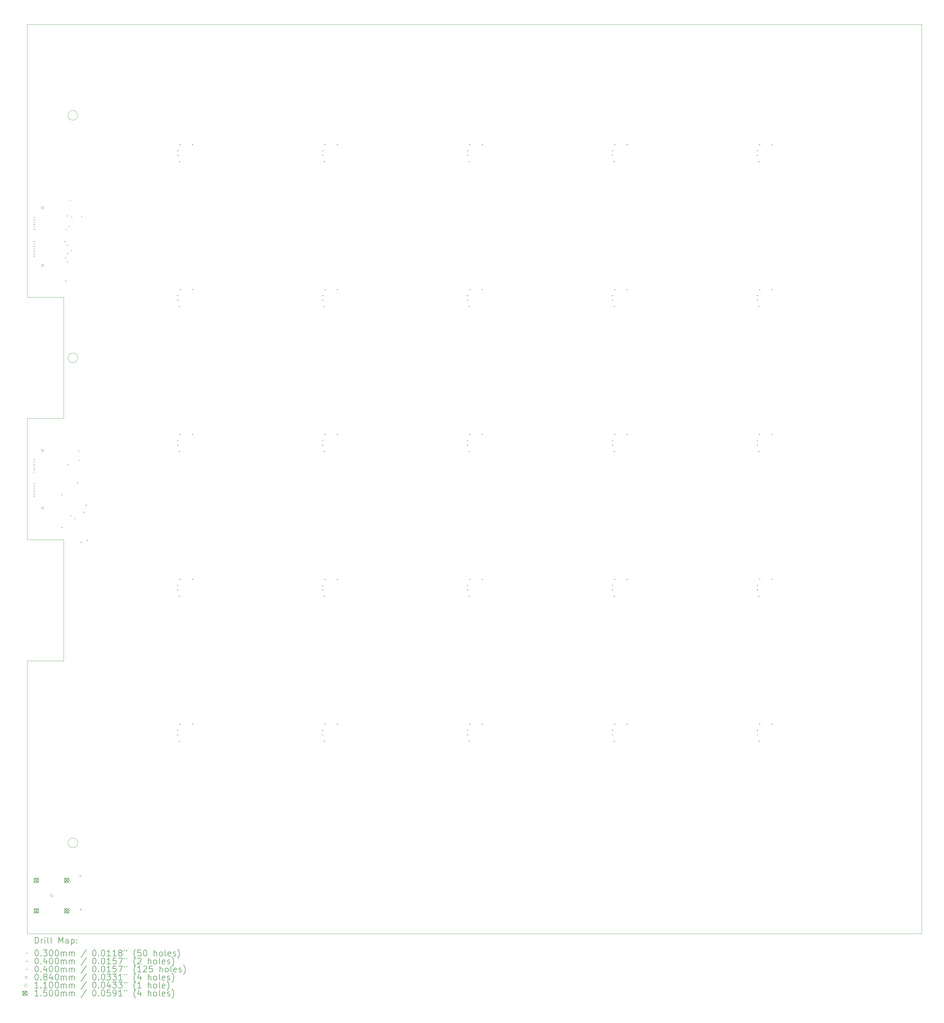
<source format=gbr>
%TF.GenerationSoftware,KiCad,Pcbnew,8.0.2-1*%
%TF.CreationDate,2024-06-21T16:05:55-04:00*%
%TF.ProjectId,OddLayers_3.0mm_SiPM,4f64644c-6179-4657-9273-5f332e306d6d,rev?*%
%TF.SameCoordinates,Original*%
%TF.FileFunction,Drillmap*%
%TF.FilePolarity,Positive*%
%FSLAX45Y45*%
G04 Gerber Fmt 4.5, Leading zero omitted, Abs format (unit mm)*
G04 Created by KiCad (PCBNEW 8.0.2-1) date 2024-06-21 16:05:55*
%MOMM*%
%LPD*%
G01*
G04 APERTURE LIST*
%ADD10C,0.100000*%
%ADD11C,0.050000*%
%ADD12C,0.200000*%
%ADD13C,0.110000*%
%ADD14C,0.150000*%
G04 APERTURE END LIST*
D10*
X7160000Y-30000000D02*
G75*
G02*
X6840000Y-30000000I-160000J0D01*
G01*
X6840000Y-30000000D02*
G75*
G02*
X7160000Y-30000000I160000J0D01*
G01*
X7160000Y-6000000D02*
G75*
G02*
X6840000Y-6000000I-160000J0D01*
G01*
X6840000Y-6000000D02*
G75*
G02*
X7160000Y-6000000I160000J0D01*
G01*
D11*
X5500000Y-24000000D02*
X5500000Y-33000000D01*
X6700000Y-12000000D02*
X5500000Y-12000000D01*
X5500000Y-8000000D02*
X5500000Y-12000000D01*
X6700000Y-24000000D02*
X6700000Y-20000000D01*
X5500000Y-16000000D02*
X6500000Y-16000000D01*
X5500000Y-3000000D02*
X35000000Y-3000000D01*
X5500000Y-20000000D02*
X5500000Y-16000000D01*
X5500000Y-8000000D02*
X5500000Y-3000000D01*
X6700000Y-20000000D02*
X5500000Y-20000000D01*
D10*
X7160000Y-14000000D02*
G75*
G02*
X6840000Y-14000000I-160000J0D01*
G01*
X6840000Y-14000000D02*
G75*
G02*
X7160000Y-14000000I160000J0D01*
G01*
D11*
X35000000Y-3000000D02*
X35000000Y-33000000D01*
X6700000Y-16000000D02*
X6500000Y-16000000D01*
X6700000Y-16000000D02*
X6700000Y-12000000D01*
X35000000Y-33000000D02*
X5500000Y-33000000D01*
X5500000Y-24000000D02*
X6700000Y-24000000D01*
D12*
D10*
X5705000Y-17345000D02*
X5735000Y-17375000D01*
X5735000Y-17345000D02*
X5705000Y-17375000D01*
X5705000Y-17425000D02*
X5735000Y-17455000D01*
X5735000Y-17425000D02*
X5705000Y-17455000D01*
X5705000Y-17505000D02*
X5735000Y-17535000D01*
X5735000Y-17505000D02*
X5705000Y-17535000D01*
X5705000Y-17585000D02*
X5735000Y-17615000D01*
X5735000Y-17585000D02*
X5705000Y-17615000D01*
X5705000Y-17665000D02*
X5735000Y-17695000D01*
X5735000Y-17665000D02*
X5705000Y-17695000D01*
X5705000Y-17745000D02*
X5735000Y-17775000D01*
X5735000Y-17745000D02*
X5705000Y-17775000D01*
X5705000Y-18145000D02*
X5735000Y-18175000D01*
X5735000Y-18145000D02*
X5705000Y-18175000D01*
X5705000Y-18225000D02*
X5735000Y-18255000D01*
X5735000Y-18225000D02*
X5705000Y-18255000D01*
X5705000Y-18305000D02*
X5735000Y-18335000D01*
X5735000Y-18305000D02*
X5705000Y-18335000D01*
X5705000Y-18385000D02*
X5735000Y-18415000D01*
X5735000Y-18385000D02*
X5705000Y-18415000D01*
X5705000Y-18465000D02*
X5735000Y-18495000D01*
X5735000Y-18465000D02*
X5705000Y-18495000D01*
X5705000Y-18545000D02*
X5735000Y-18575000D01*
X5735000Y-18545000D02*
X5705000Y-18575000D01*
X5710000Y-9345000D02*
X5740000Y-9375000D01*
X5740000Y-9345000D02*
X5710000Y-9375000D01*
X5710000Y-9425000D02*
X5740000Y-9455000D01*
X5740000Y-9425000D02*
X5710000Y-9455000D01*
X5710000Y-9505000D02*
X5740000Y-9535000D01*
X5740000Y-9505000D02*
X5710000Y-9535000D01*
X5710000Y-9585000D02*
X5740000Y-9615000D01*
X5740000Y-9585000D02*
X5710000Y-9615000D01*
X5710000Y-9665000D02*
X5740000Y-9695000D01*
X5740000Y-9665000D02*
X5710000Y-9695000D01*
X5710000Y-9745000D02*
X5740000Y-9775000D01*
X5740000Y-9745000D02*
X5710000Y-9775000D01*
X5710000Y-10145000D02*
X5740000Y-10175000D01*
X5740000Y-10145000D02*
X5710000Y-10175000D01*
X5710000Y-10225000D02*
X5740000Y-10255000D01*
X5740000Y-10225000D02*
X5710000Y-10255000D01*
X5710000Y-10305000D02*
X5740000Y-10335000D01*
X5740000Y-10305000D02*
X5710000Y-10335000D01*
X5710000Y-10385000D02*
X5740000Y-10415000D01*
X5740000Y-10385000D02*
X5710000Y-10415000D01*
X5710000Y-10465000D02*
X5740000Y-10495000D01*
X5740000Y-10465000D02*
X5710000Y-10495000D01*
X5710000Y-10545000D02*
X5740000Y-10575000D01*
X5740000Y-10545000D02*
X5710000Y-10575000D01*
X5710000Y-10625000D02*
X5740000Y-10655000D01*
X5740000Y-10625000D02*
X5710000Y-10655000D01*
X6625000Y-18505000D02*
X6655000Y-18535000D01*
X6655000Y-18505000D02*
X6625000Y-18535000D01*
X6625000Y-19585000D02*
X6655000Y-19615000D01*
X6655000Y-19585000D02*
X6625000Y-19615000D01*
X6725000Y-10145000D02*
X6755000Y-10175000D01*
X6755000Y-10145000D02*
X6725000Y-10175000D01*
X6745000Y-10685000D02*
X6775000Y-10715000D01*
X6775000Y-10685000D02*
X6745000Y-10715000D01*
X6745000Y-11445000D02*
X6775000Y-11475000D01*
X6775000Y-11445000D02*
X6745000Y-11475000D01*
X6765000Y-9745000D02*
X6795000Y-9775000D01*
X6795000Y-9745000D02*
X6765000Y-9775000D01*
X6797426Y-9297427D02*
X6827426Y-9327427D01*
X6827426Y-9297427D02*
X6797426Y-9327427D01*
X6805000Y-10265000D02*
X6835000Y-10295000D01*
X6835000Y-10265000D02*
X6805000Y-10295000D01*
X6805000Y-10545000D02*
X6835000Y-10575000D01*
X6835000Y-10545000D02*
X6805000Y-10575000D01*
X6805000Y-10825000D02*
X6835000Y-10855000D01*
X6835000Y-10825000D02*
X6805000Y-10855000D01*
X6825000Y-17505000D02*
X6855000Y-17535000D01*
X6855000Y-17505000D02*
X6825000Y-17535000D01*
X6855000Y-9645000D02*
X6885000Y-9675000D01*
X6885000Y-9645000D02*
X6855000Y-9675000D01*
X6905000Y-8785000D02*
X6935000Y-8815000D01*
X6935000Y-8785000D02*
X6905000Y-8815000D01*
X6925000Y-19185000D02*
X6955000Y-19215000D01*
X6955000Y-19185000D02*
X6925000Y-19215000D01*
X6935000Y-10445000D02*
X6965000Y-10475000D01*
X6965000Y-10445000D02*
X6935000Y-10475000D01*
X6945000Y-9345000D02*
X6975000Y-9375000D01*
X6975000Y-9345000D02*
X6945000Y-9375000D01*
X7045000Y-19285000D02*
X7075000Y-19315000D01*
X7075000Y-19285000D02*
X7045000Y-19315000D01*
X7135000Y-18105000D02*
X7165000Y-18135000D01*
X7165000Y-18105000D02*
X7135000Y-18135000D01*
X7175000Y-17055000D02*
X7205000Y-17085000D01*
X7205000Y-17055000D02*
X7175000Y-17085000D01*
X7195000Y-17365000D02*
X7225000Y-17395000D01*
X7225000Y-17365000D02*
X7195000Y-17395000D01*
X7257390Y-20067427D02*
X7287390Y-20097427D01*
X7287390Y-20067427D02*
X7257390Y-20097427D01*
X7275000Y-9325000D02*
X7305000Y-9355000D01*
X7305000Y-9325000D02*
X7275000Y-9355000D01*
X7345000Y-19075000D02*
X7375000Y-19105000D01*
X7375000Y-19075000D02*
X7345000Y-19105000D01*
X7415000Y-18845000D02*
X7445000Y-18875000D01*
X7445000Y-18845000D02*
X7415000Y-18875000D01*
X7455000Y-20000000D02*
X7485000Y-20030000D01*
X7485000Y-20000000D02*
X7455000Y-20030000D01*
X7270000Y-31090000D02*
G75*
G02*
X7230000Y-31090000I-20000J0D01*
G01*
X7230000Y-31090000D02*
G75*
G02*
X7270000Y-31090000I20000J0D01*
G01*
X7280000Y-32200000D02*
G75*
G02*
X7240000Y-32200000I-20000J0D01*
G01*
X7240000Y-32200000D02*
G75*
G02*
X7280000Y-32200000I20000J0D01*
G01*
X10460000Y-7145000D02*
X10460000Y-7185000D01*
X10440000Y-7165000D02*
X10480000Y-7165000D01*
X10460000Y-7295000D02*
X10460000Y-7335000D01*
X10440000Y-7315000D02*
X10480000Y-7315000D01*
X10460000Y-11925000D02*
X10460000Y-11965000D01*
X10440000Y-11945000D02*
X10480000Y-11945000D01*
X10460000Y-12075000D02*
X10460000Y-12115000D01*
X10440000Y-12095000D02*
X10480000Y-12095000D01*
X10460000Y-16705000D02*
X10460000Y-16745000D01*
X10440000Y-16725000D02*
X10480000Y-16725000D01*
X10460000Y-16855000D02*
X10460000Y-16895000D01*
X10440000Y-16875000D02*
X10480000Y-16875000D01*
X10460000Y-21485000D02*
X10460000Y-21525000D01*
X10440000Y-21505000D02*
X10480000Y-21505000D01*
X10460000Y-21635000D02*
X10460000Y-21675000D01*
X10440000Y-21655000D02*
X10480000Y-21655000D01*
X10460000Y-26265000D02*
X10460000Y-26305000D01*
X10440000Y-26285000D02*
X10480000Y-26285000D01*
X10460000Y-26415000D02*
X10460000Y-26455000D01*
X10440000Y-26435000D02*
X10480000Y-26435000D01*
X10515000Y-7505000D02*
X10515000Y-7545000D01*
X10495000Y-7525000D02*
X10535000Y-7525000D01*
X10515000Y-12285000D02*
X10515000Y-12325000D01*
X10495000Y-12305000D02*
X10535000Y-12305000D01*
X10515000Y-17065000D02*
X10515000Y-17105000D01*
X10495000Y-17085000D02*
X10535000Y-17085000D01*
X10515000Y-21845000D02*
X10515000Y-21885000D01*
X10495000Y-21865000D02*
X10535000Y-21865000D01*
X10515000Y-26625000D02*
X10515000Y-26665000D01*
X10495000Y-26645000D02*
X10535000Y-26645000D01*
X10535000Y-6945000D02*
X10535000Y-6985000D01*
X10515000Y-6965000D02*
X10555000Y-6965000D01*
X10535000Y-11725000D02*
X10535000Y-11765000D01*
X10515000Y-11745000D02*
X10555000Y-11745000D01*
X10535000Y-16505000D02*
X10535000Y-16545000D01*
X10515000Y-16525000D02*
X10555000Y-16525000D01*
X10535000Y-21285000D02*
X10535000Y-21325000D01*
X10515000Y-21305000D02*
X10555000Y-21305000D01*
X10535000Y-26065000D02*
X10535000Y-26105000D01*
X10515000Y-26085000D02*
X10555000Y-26085000D01*
X10945000Y-6945000D02*
X10945000Y-6985000D01*
X10925000Y-6965000D02*
X10965000Y-6965000D01*
X10945000Y-11725000D02*
X10945000Y-11765000D01*
X10925000Y-11745000D02*
X10965000Y-11745000D01*
X10945000Y-16505000D02*
X10945000Y-16545000D01*
X10925000Y-16525000D02*
X10965000Y-16525000D01*
X10945000Y-21285000D02*
X10945000Y-21325000D01*
X10925000Y-21305000D02*
X10965000Y-21305000D01*
X10945000Y-26065000D02*
X10945000Y-26105000D01*
X10925000Y-26085000D02*
X10965000Y-26085000D01*
X15240000Y-7145000D02*
X15240000Y-7185000D01*
X15220000Y-7165000D02*
X15260000Y-7165000D01*
X15240000Y-7295000D02*
X15240000Y-7335000D01*
X15220000Y-7315000D02*
X15260000Y-7315000D01*
X15240000Y-11925000D02*
X15240000Y-11965000D01*
X15220000Y-11945000D02*
X15260000Y-11945000D01*
X15240000Y-12075000D02*
X15240000Y-12115000D01*
X15220000Y-12095000D02*
X15260000Y-12095000D01*
X15240000Y-16705000D02*
X15240000Y-16745000D01*
X15220000Y-16725000D02*
X15260000Y-16725000D01*
X15240000Y-16855000D02*
X15240000Y-16895000D01*
X15220000Y-16875000D02*
X15260000Y-16875000D01*
X15240000Y-21485000D02*
X15240000Y-21525000D01*
X15220000Y-21505000D02*
X15260000Y-21505000D01*
X15240000Y-21635000D02*
X15240000Y-21675000D01*
X15220000Y-21655000D02*
X15260000Y-21655000D01*
X15240000Y-26265000D02*
X15240000Y-26305000D01*
X15220000Y-26285000D02*
X15260000Y-26285000D01*
X15240000Y-26415000D02*
X15240000Y-26455000D01*
X15220000Y-26435000D02*
X15260000Y-26435000D01*
X15295000Y-7505000D02*
X15295000Y-7545000D01*
X15275000Y-7525000D02*
X15315000Y-7525000D01*
X15295000Y-12285000D02*
X15295000Y-12325000D01*
X15275000Y-12305000D02*
X15315000Y-12305000D01*
X15295000Y-17065000D02*
X15295000Y-17105000D01*
X15275000Y-17085000D02*
X15315000Y-17085000D01*
X15295000Y-21845000D02*
X15295000Y-21885000D01*
X15275000Y-21865000D02*
X15315000Y-21865000D01*
X15295000Y-26625000D02*
X15295000Y-26665000D01*
X15275000Y-26645000D02*
X15315000Y-26645000D01*
X15315000Y-6945000D02*
X15315000Y-6985000D01*
X15295000Y-6965000D02*
X15335000Y-6965000D01*
X15315000Y-11725000D02*
X15315000Y-11765000D01*
X15295000Y-11745000D02*
X15335000Y-11745000D01*
X15315000Y-16505000D02*
X15315000Y-16545000D01*
X15295000Y-16525000D02*
X15335000Y-16525000D01*
X15315000Y-21285000D02*
X15315000Y-21325000D01*
X15295000Y-21305000D02*
X15335000Y-21305000D01*
X15315000Y-26065000D02*
X15315000Y-26105000D01*
X15295000Y-26085000D02*
X15335000Y-26085000D01*
X15725000Y-6945000D02*
X15725000Y-6985000D01*
X15705000Y-6965000D02*
X15745000Y-6965000D01*
X15725000Y-11725000D02*
X15725000Y-11765000D01*
X15705000Y-11745000D02*
X15745000Y-11745000D01*
X15725000Y-16505000D02*
X15725000Y-16545000D01*
X15705000Y-16525000D02*
X15745000Y-16525000D01*
X15725000Y-21285000D02*
X15725000Y-21325000D01*
X15705000Y-21305000D02*
X15745000Y-21305000D01*
X15725000Y-26065000D02*
X15725000Y-26105000D01*
X15705000Y-26085000D02*
X15745000Y-26085000D01*
X20020000Y-7145000D02*
X20020000Y-7185000D01*
X20000000Y-7165000D02*
X20040000Y-7165000D01*
X20020000Y-7295000D02*
X20020000Y-7335000D01*
X20000000Y-7315000D02*
X20040000Y-7315000D01*
X20020000Y-11925000D02*
X20020000Y-11965000D01*
X20000000Y-11945000D02*
X20040000Y-11945000D01*
X20020000Y-12075000D02*
X20020000Y-12115000D01*
X20000000Y-12095000D02*
X20040000Y-12095000D01*
X20020000Y-16705000D02*
X20020000Y-16745000D01*
X20000000Y-16725000D02*
X20040000Y-16725000D01*
X20020000Y-16855000D02*
X20020000Y-16895000D01*
X20000000Y-16875000D02*
X20040000Y-16875000D01*
X20020000Y-21485000D02*
X20020000Y-21525000D01*
X20000000Y-21505000D02*
X20040000Y-21505000D01*
X20020000Y-21635000D02*
X20020000Y-21675000D01*
X20000000Y-21655000D02*
X20040000Y-21655000D01*
X20020000Y-26265000D02*
X20020000Y-26305000D01*
X20000000Y-26285000D02*
X20040000Y-26285000D01*
X20020000Y-26415000D02*
X20020000Y-26455000D01*
X20000000Y-26435000D02*
X20040000Y-26435000D01*
X20075000Y-7505000D02*
X20075000Y-7545000D01*
X20055000Y-7525000D02*
X20095000Y-7525000D01*
X20075000Y-12285000D02*
X20075000Y-12325000D01*
X20055000Y-12305000D02*
X20095000Y-12305000D01*
X20075000Y-17065000D02*
X20075000Y-17105000D01*
X20055000Y-17085000D02*
X20095000Y-17085000D01*
X20075000Y-21845000D02*
X20075000Y-21885000D01*
X20055000Y-21865000D02*
X20095000Y-21865000D01*
X20075000Y-26625000D02*
X20075000Y-26665000D01*
X20055000Y-26645000D02*
X20095000Y-26645000D01*
X20095000Y-6945000D02*
X20095000Y-6985000D01*
X20075000Y-6965000D02*
X20115000Y-6965000D01*
X20095000Y-11725000D02*
X20095000Y-11765000D01*
X20075000Y-11745000D02*
X20115000Y-11745000D01*
X20095000Y-16505000D02*
X20095000Y-16545000D01*
X20075000Y-16525000D02*
X20115000Y-16525000D01*
X20095000Y-21285000D02*
X20095000Y-21325000D01*
X20075000Y-21305000D02*
X20115000Y-21305000D01*
X20095000Y-26065000D02*
X20095000Y-26105000D01*
X20075000Y-26085000D02*
X20115000Y-26085000D01*
X20505000Y-6945000D02*
X20505000Y-6985000D01*
X20485000Y-6965000D02*
X20525000Y-6965000D01*
X20505000Y-11725000D02*
X20505000Y-11765000D01*
X20485000Y-11745000D02*
X20525000Y-11745000D01*
X20505000Y-16505000D02*
X20505000Y-16545000D01*
X20485000Y-16525000D02*
X20525000Y-16525000D01*
X20505000Y-21285000D02*
X20505000Y-21325000D01*
X20485000Y-21305000D02*
X20525000Y-21305000D01*
X20505000Y-26065000D02*
X20505000Y-26105000D01*
X20485000Y-26085000D02*
X20525000Y-26085000D01*
X24800000Y-7145000D02*
X24800000Y-7185000D01*
X24780000Y-7165000D02*
X24820000Y-7165000D01*
X24800000Y-7295000D02*
X24800000Y-7335000D01*
X24780000Y-7315000D02*
X24820000Y-7315000D01*
X24800000Y-11925000D02*
X24800000Y-11965000D01*
X24780000Y-11945000D02*
X24820000Y-11945000D01*
X24800000Y-12075000D02*
X24800000Y-12115000D01*
X24780000Y-12095000D02*
X24820000Y-12095000D01*
X24800000Y-16705000D02*
X24800000Y-16745000D01*
X24780000Y-16725000D02*
X24820000Y-16725000D01*
X24800000Y-16855000D02*
X24800000Y-16895000D01*
X24780000Y-16875000D02*
X24820000Y-16875000D01*
X24800000Y-21485000D02*
X24800000Y-21525000D01*
X24780000Y-21505000D02*
X24820000Y-21505000D01*
X24800000Y-21635000D02*
X24800000Y-21675000D01*
X24780000Y-21655000D02*
X24820000Y-21655000D01*
X24800000Y-26265000D02*
X24800000Y-26305000D01*
X24780000Y-26285000D02*
X24820000Y-26285000D01*
X24800000Y-26415000D02*
X24800000Y-26455000D01*
X24780000Y-26435000D02*
X24820000Y-26435000D01*
X24855000Y-7505000D02*
X24855000Y-7545000D01*
X24835000Y-7525000D02*
X24875000Y-7525000D01*
X24855000Y-12285000D02*
X24855000Y-12325000D01*
X24835000Y-12305000D02*
X24875000Y-12305000D01*
X24855000Y-17065000D02*
X24855000Y-17105000D01*
X24835000Y-17085000D02*
X24875000Y-17085000D01*
X24855000Y-21845000D02*
X24855000Y-21885000D01*
X24835000Y-21865000D02*
X24875000Y-21865000D01*
X24855000Y-26625000D02*
X24855000Y-26665000D01*
X24835000Y-26645000D02*
X24875000Y-26645000D01*
X24875000Y-6945000D02*
X24875000Y-6985000D01*
X24855000Y-6965000D02*
X24895000Y-6965000D01*
X24875000Y-11725000D02*
X24875000Y-11765000D01*
X24855000Y-11745000D02*
X24895000Y-11745000D01*
X24875000Y-16505000D02*
X24875000Y-16545000D01*
X24855000Y-16525000D02*
X24895000Y-16525000D01*
X24875000Y-21285000D02*
X24875000Y-21325000D01*
X24855000Y-21305000D02*
X24895000Y-21305000D01*
X24875000Y-26065000D02*
X24875000Y-26105000D01*
X24855000Y-26085000D02*
X24895000Y-26085000D01*
X25285000Y-6945000D02*
X25285000Y-6985000D01*
X25265000Y-6965000D02*
X25305000Y-6965000D01*
X25285000Y-11725000D02*
X25285000Y-11765000D01*
X25265000Y-11745000D02*
X25305000Y-11745000D01*
X25285000Y-16505000D02*
X25285000Y-16545000D01*
X25265000Y-16525000D02*
X25305000Y-16525000D01*
X25285000Y-21285000D02*
X25285000Y-21325000D01*
X25265000Y-21305000D02*
X25305000Y-21305000D01*
X25285000Y-26065000D02*
X25285000Y-26105000D01*
X25265000Y-26085000D02*
X25305000Y-26085000D01*
X29580000Y-7145000D02*
X29580000Y-7185000D01*
X29560000Y-7165000D02*
X29600000Y-7165000D01*
X29580000Y-7295000D02*
X29580000Y-7335000D01*
X29560000Y-7315000D02*
X29600000Y-7315000D01*
X29580000Y-11925000D02*
X29580000Y-11965000D01*
X29560000Y-11945000D02*
X29600000Y-11945000D01*
X29580000Y-12075000D02*
X29580000Y-12115000D01*
X29560000Y-12095000D02*
X29600000Y-12095000D01*
X29580000Y-16705000D02*
X29580000Y-16745000D01*
X29560000Y-16725000D02*
X29600000Y-16725000D01*
X29580000Y-16855000D02*
X29580000Y-16895000D01*
X29560000Y-16875000D02*
X29600000Y-16875000D01*
X29580000Y-21485000D02*
X29580000Y-21525000D01*
X29560000Y-21505000D02*
X29600000Y-21505000D01*
X29580000Y-21635000D02*
X29580000Y-21675000D01*
X29560000Y-21655000D02*
X29600000Y-21655000D01*
X29580000Y-26265000D02*
X29580000Y-26305000D01*
X29560000Y-26285000D02*
X29600000Y-26285000D01*
X29580000Y-26415000D02*
X29580000Y-26455000D01*
X29560000Y-26435000D02*
X29600000Y-26435000D01*
X29635000Y-7505000D02*
X29635000Y-7545000D01*
X29615000Y-7525000D02*
X29655000Y-7525000D01*
X29635000Y-12285000D02*
X29635000Y-12325000D01*
X29615000Y-12305000D02*
X29655000Y-12305000D01*
X29635000Y-17065000D02*
X29635000Y-17105000D01*
X29615000Y-17085000D02*
X29655000Y-17085000D01*
X29635000Y-21845000D02*
X29635000Y-21885000D01*
X29615000Y-21865000D02*
X29655000Y-21865000D01*
X29635000Y-26625000D02*
X29635000Y-26665000D01*
X29615000Y-26645000D02*
X29655000Y-26645000D01*
X29655000Y-6945000D02*
X29655000Y-6985000D01*
X29635000Y-6965000D02*
X29675000Y-6965000D01*
X29655000Y-11725000D02*
X29655000Y-11765000D01*
X29635000Y-11745000D02*
X29675000Y-11745000D01*
X29655000Y-16505000D02*
X29655000Y-16545000D01*
X29635000Y-16525000D02*
X29675000Y-16525000D01*
X29655000Y-21285000D02*
X29655000Y-21325000D01*
X29635000Y-21305000D02*
X29675000Y-21305000D01*
X29655000Y-26065000D02*
X29655000Y-26105000D01*
X29635000Y-26085000D02*
X29675000Y-26085000D01*
X30065000Y-6945000D02*
X30065000Y-6985000D01*
X30045000Y-6965000D02*
X30085000Y-6965000D01*
X30065000Y-11725000D02*
X30065000Y-11765000D01*
X30045000Y-11745000D02*
X30085000Y-11745000D01*
X30065000Y-16505000D02*
X30065000Y-16545000D01*
X30045000Y-16525000D02*
X30085000Y-16525000D01*
X30065000Y-21285000D02*
X30065000Y-21325000D01*
X30045000Y-21305000D02*
X30085000Y-21305000D01*
X30065000Y-26065000D02*
X30065000Y-26105000D01*
X30045000Y-26085000D02*
X30085000Y-26085000D01*
X6029699Y-9080199D02*
X6029699Y-9020801D01*
X5970301Y-9020801D01*
X5970301Y-9080199D01*
X6029699Y-9080199D01*
X6029699Y-10979199D02*
X6029699Y-10919801D01*
X5970301Y-10919801D01*
X5970301Y-10979199D01*
X6029699Y-10979199D01*
X6029699Y-17080199D02*
X6029699Y-17020801D01*
X5970301Y-17020801D01*
X5970301Y-17080199D01*
X6029699Y-17080199D01*
X6029699Y-18979199D02*
X6029699Y-18919801D01*
X5970301Y-18919801D01*
X5970301Y-18979199D01*
X6029699Y-18979199D01*
D13*
X6300000Y-31795000D02*
X6355000Y-31740000D01*
X6300000Y-31685000D01*
X6245000Y-31740000D01*
X6300000Y-31795000D01*
D14*
X5722500Y-31162500D02*
X5872500Y-31312500D01*
X5872500Y-31162500D02*
X5722500Y-31312500D01*
X5872500Y-31237500D02*
G75*
G02*
X5722500Y-31237500I-75000J0D01*
G01*
X5722500Y-31237500D02*
G75*
G02*
X5872500Y-31237500I75000J0D01*
G01*
X5722500Y-32167500D02*
X5872500Y-32317500D01*
X5872500Y-32167500D02*
X5722500Y-32317500D01*
X5872500Y-32242500D02*
G75*
G02*
X5722500Y-32242500I-75000J0D01*
G01*
X5722500Y-32242500D02*
G75*
G02*
X5872500Y-32242500I75000J0D01*
G01*
X6727500Y-31162500D02*
X6877500Y-31312500D01*
X6877500Y-31162500D02*
X6727500Y-31312500D01*
X6877500Y-31237500D02*
G75*
G02*
X6727500Y-31237500I-75000J0D01*
G01*
X6727500Y-31237500D02*
G75*
G02*
X6877500Y-31237500I75000J0D01*
G01*
X6727500Y-32167500D02*
X6877500Y-32317500D01*
X6877500Y-32167500D02*
X6727500Y-32317500D01*
X6877500Y-32242500D02*
G75*
G02*
X6727500Y-32242500I-75000J0D01*
G01*
X6727500Y-32242500D02*
G75*
G02*
X6877500Y-32242500I75000J0D01*
G01*
D12*
X5758277Y-33313984D02*
X5758277Y-33113984D01*
X5758277Y-33113984D02*
X5805896Y-33113984D01*
X5805896Y-33113984D02*
X5834467Y-33123508D01*
X5834467Y-33123508D02*
X5853515Y-33142555D01*
X5853515Y-33142555D02*
X5863039Y-33161603D01*
X5863039Y-33161603D02*
X5872562Y-33199698D01*
X5872562Y-33199698D02*
X5872562Y-33228269D01*
X5872562Y-33228269D02*
X5863039Y-33266365D01*
X5863039Y-33266365D02*
X5853515Y-33285412D01*
X5853515Y-33285412D02*
X5834467Y-33304460D01*
X5834467Y-33304460D02*
X5805896Y-33313984D01*
X5805896Y-33313984D02*
X5758277Y-33313984D01*
X5958277Y-33313984D02*
X5958277Y-33180650D01*
X5958277Y-33218746D02*
X5967801Y-33199698D01*
X5967801Y-33199698D02*
X5977324Y-33190174D01*
X5977324Y-33190174D02*
X5996372Y-33180650D01*
X5996372Y-33180650D02*
X6015420Y-33180650D01*
X6082086Y-33313984D02*
X6082086Y-33180650D01*
X6082086Y-33113984D02*
X6072562Y-33123508D01*
X6072562Y-33123508D02*
X6082086Y-33133031D01*
X6082086Y-33133031D02*
X6091610Y-33123508D01*
X6091610Y-33123508D02*
X6082086Y-33113984D01*
X6082086Y-33113984D02*
X6082086Y-33133031D01*
X6205896Y-33313984D02*
X6186848Y-33304460D01*
X6186848Y-33304460D02*
X6177324Y-33285412D01*
X6177324Y-33285412D02*
X6177324Y-33113984D01*
X6310658Y-33313984D02*
X6291610Y-33304460D01*
X6291610Y-33304460D02*
X6282086Y-33285412D01*
X6282086Y-33285412D02*
X6282086Y-33113984D01*
X6539229Y-33313984D02*
X6539229Y-33113984D01*
X6539229Y-33113984D02*
X6605896Y-33256841D01*
X6605896Y-33256841D02*
X6672562Y-33113984D01*
X6672562Y-33113984D02*
X6672562Y-33313984D01*
X6853515Y-33313984D02*
X6853515Y-33209222D01*
X6853515Y-33209222D02*
X6843991Y-33190174D01*
X6843991Y-33190174D02*
X6824943Y-33180650D01*
X6824943Y-33180650D02*
X6786848Y-33180650D01*
X6786848Y-33180650D02*
X6767801Y-33190174D01*
X6853515Y-33304460D02*
X6834467Y-33313984D01*
X6834467Y-33313984D02*
X6786848Y-33313984D01*
X6786848Y-33313984D02*
X6767801Y-33304460D01*
X6767801Y-33304460D02*
X6758277Y-33285412D01*
X6758277Y-33285412D02*
X6758277Y-33266365D01*
X6758277Y-33266365D02*
X6767801Y-33247317D01*
X6767801Y-33247317D02*
X6786848Y-33237793D01*
X6786848Y-33237793D02*
X6834467Y-33237793D01*
X6834467Y-33237793D02*
X6853515Y-33228269D01*
X6948753Y-33180650D02*
X6948753Y-33380650D01*
X6948753Y-33190174D02*
X6967801Y-33180650D01*
X6967801Y-33180650D02*
X7005896Y-33180650D01*
X7005896Y-33180650D02*
X7024943Y-33190174D01*
X7024943Y-33190174D02*
X7034467Y-33199698D01*
X7034467Y-33199698D02*
X7043991Y-33218746D01*
X7043991Y-33218746D02*
X7043991Y-33275888D01*
X7043991Y-33275888D02*
X7034467Y-33294936D01*
X7034467Y-33294936D02*
X7024943Y-33304460D01*
X7024943Y-33304460D02*
X7005896Y-33313984D01*
X7005896Y-33313984D02*
X6967801Y-33313984D01*
X6967801Y-33313984D02*
X6948753Y-33304460D01*
X7129705Y-33294936D02*
X7139229Y-33304460D01*
X7139229Y-33304460D02*
X7129705Y-33313984D01*
X7129705Y-33313984D02*
X7120182Y-33304460D01*
X7120182Y-33304460D02*
X7129705Y-33294936D01*
X7129705Y-33294936D02*
X7129705Y-33313984D01*
X7129705Y-33190174D02*
X7139229Y-33199698D01*
X7139229Y-33199698D02*
X7129705Y-33209222D01*
X7129705Y-33209222D02*
X7120182Y-33199698D01*
X7120182Y-33199698D02*
X7129705Y-33190174D01*
X7129705Y-33190174D02*
X7129705Y-33209222D01*
D10*
X5467500Y-33627500D02*
X5497500Y-33657500D01*
X5497500Y-33627500D02*
X5467500Y-33657500D01*
D12*
X5796372Y-33533984D02*
X5815420Y-33533984D01*
X5815420Y-33533984D02*
X5834467Y-33543508D01*
X5834467Y-33543508D02*
X5843991Y-33553031D01*
X5843991Y-33553031D02*
X5853515Y-33572079D01*
X5853515Y-33572079D02*
X5863039Y-33610174D01*
X5863039Y-33610174D02*
X5863039Y-33657793D01*
X5863039Y-33657793D02*
X5853515Y-33695889D01*
X5853515Y-33695889D02*
X5843991Y-33714936D01*
X5843991Y-33714936D02*
X5834467Y-33724460D01*
X5834467Y-33724460D02*
X5815420Y-33733984D01*
X5815420Y-33733984D02*
X5796372Y-33733984D01*
X5796372Y-33733984D02*
X5777324Y-33724460D01*
X5777324Y-33724460D02*
X5767801Y-33714936D01*
X5767801Y-33714936D02*
X5758277Y-33695889D01*
X5758277Y-33695889D02*
X5748753Y-33657793D01*
X5748753Y-33657793D02*
X5748753Y-33610174D01*
X5748753Y-33610174D02*
X5758277Y-33572079D01*
X5758277Y-33572079D02*
X5767801Y-33553031D01*
X5767801Y-33553031D02*
X5777324Y-33543508D01*
X5777324Y-33543508D02*
X5796372Y-33533984D01*
X5948753Y-33714936D02*
X5958277Y-33724460D01*
X5958277Y-33724460D02*
X5948753Y-33733984D01*
X5948753Y-33733984D02*
X5939229Y-33724460D01*
X5939229Y-33724460D02*
X5948753Y-33714936D01*
X5948753Y-33714936D02*
X5948753Y-33733984D01*
X6024943Y-33533984D02*
X6148753Y-33533984D01*
X6148753Y-33533984D02*
X6082086Y-33610174D01*
X6082086Y-33610174D02*
X6110658Y-33610174D01*
X6110658Y-33610174D02*
X6129705Y-33619698D01*
X6129705Y-33619698D02*
X6139229Y-33629222D01*
X6139229Y-33629222D02*
X6148753Y-33648270D01*
X6148753Y-33648270D02*
X6148753Y-33695889D01*
X6148753Y-33695889D02*
X6139229Y-33714936D01*
X6139229Y-33714936D02*
X6129705Y-33724460D01*
X6129705Y-33724460D02*
X6110658Y-33733984D01*
X6110658Y-33733984D02*
X6053515Y-33733984D01*
X6053515Y-33733984D02*
X6034467Y-33724460D01*
X6034467Y-33724460D02*
X6024943Y-33714936D01*
X6272562Y-33533984D02*
X6291610Y-33533984D01*
X6291610Y-33533984D02*
X6310658Y-33543508D01*
X6310658Y-33543508D02*
X6320182Y-33553031D01*
X6320182Y-33553031D02*
X6329705Y-33572079D01*
X6329705Y-33572079D02*
X6339229Y-33610174D01*
X6339229Y-33610174D02*
X6339229Y-33657793D01*
X6339229Y-33657793D02*
X6329705Y-33695889D01*
X6329705Y-33695889D02*
X6320182Y-33714936D01*
X6320182Y-33714936D02*
X6310658Y-33724460D01*
X6310658Y-33724460D02*
X6291610Y-33733984D01*
X6291610Y-33733984D02*
X6272562Y-33733984D01*
X6272562Y-33733984D02*
X6253515Y-33724460D01*
X6253515Y-33724460D02*
X6243991Y-33714936D01*
X6243991Y-33714936D02*
X6234467Y-33695889D01*
X6234467Y-33695889D02*
X6224943Y-33657793D01*
X6224943Y-33657793D02*
X6224943Y-33610174D01*
X6224943Y-33610174D02*
X6234467Y-33572079D01*
X6234467Y-33572079D02*
X6243991Y-33553031D01*
X6243991Y-33553031D02*
X6253515Y-33543508D01*
X6253515Y-33543508D02*
X6272562Y-33533984D01*
X6463039Y-33533984D02*
X6482086Y-33533984D01*
X6482086Y-33533984D02*
X6501134Y-33543508D01*
X6501134Y-33543508D02*
X6510658Y-33553031D01*
X6510658Y-33553031D02*
X6520182Y-33572079D01*
X6520182Y-33572079D02*
X6529705Y-33610174D01*
X6529705Y-33610174D02*
X6529705Y-33657793D01*
X6529705Y-33657793D02*
X6520182Y-33695889D01*
X6520182Y-33695889D02*
X6510658Y-33714936D01*
X6510658Y-33714936D02*
X6501134Y-33724460D01*
X6501134Y-33724460D02*
X6482086Y-33733984D01*
X6482086Y-33733984D02*
X6463039Y-33733984D01*
X6463039Y-33733984D02*
X6443991Y-33724460D01*
X6443991Y-33724460D02*
X6434467Y-33714936D01*
X6434467Y-33714936D02*
X6424943Y-33695889D01*
X6424943Y-33695889D02*
X6415420Y-33657793D01*
X6415420Y-33657793D02*
X6415420Y-33610174D01*
X6415420Y-33610174D02*
X6424943Y-33572079D01*
X6424943Y-33572079D02*
X6434467Y-33553031D01*
X6434467Y-33553031D02*
X6443991Y-33543508D01*
X6443991Y-33543508D02*
X6463039Y-33533984D01*
X6615420Y-33733984D02*
X6615420Y-33600650D01*
X6615420Y-33619698D02*
X6624943Y-33610174D01*
X6624943Y-33610174D02*
X6643991Y-33600650D01*
X6643991Y-33600650D02*
X6672563Y-33600650D01*
X6672563Y-33600650D02*
X6691610Y-33610174D01*
X6691610Y-33610174D02*
X6701134Y-33629222D01*
X6701134Y-33629222D02*
X6701134Y-33733984D01*
X6701134Y-33629222D02*
X6710658Y-33610174D01*
X6710658Y-33610174D02*
X6729705Y-33600650D01*
X6729705Y-33600650D02*
X6758277Y-33600650D01*
X6758277Y-33600650D02*
X6777324Y-33610174D01*
X6777324Y-33610174D02*
X6786848Y-33629222D01*
X6786848Y-33629222D02*
X6786848Y-33733984D01*
X6882086Y-33733984D02*
X6882086Y-33600650D01*
X6882086Y-33619698D02*
X6891610Y-33610174D01*
X6891610Y-33610174D02*
X6910658Y-33600650D01*
X6910658Y-33600650D02*
X6939229Y-33600650D01*
X6939229Y-33600650D02*
X6958277Y-33610174D01*
X6958277Y-33610174D02*
X6967801Y-33629222D01*
X6967801Y-33629222D02*
X6967801Y-33733984D01*
X6967801Y-33629222D02*
X6977324Y-33610174D01*
X6977324Y-33610174D02*
X6996372Y-33600650D01*
X6996372Y-33600650D02*
X7024943Y-33600650D01*
X7024943Y-33600650D02*
X7043991Y-33610174D01*
X7043991Y-33610174D02*
X7053515Y-33629222D01*
X7053515Y-33629222D02*
X7053515Y-33733984D01*
X7443991Y-33524460D02*
X7272563Y-33781603D01*
X7701134Y-33533984D02*
X7720182Y-33533984D01*
X7720182Y-33533984D02*
X7739229Y-33543508D01*
X7739229Y-33543508D02*
X7748753Y-33553031D01*
X7748753Y-33553031D02*
X7758277Y-33572079D01*
X7758277Y-33572079D02*
X7767801Y-33610174D01*
X7767801Y-33610174D02*
X7767801Y-33657793D01*
X7767801Y-33657793D02*
X7758277Y-33695889D01*
X7758277Y-33695889D02*
X7748753Y-33714936D01*
X7748753Y-33714936D02*
X7739229Y-33724460D01*
X7739229Y-33724460D02*
X7720182Y-33733984D01*
X7720182Y-33733984D02*
X7701134Y-33733984D01*
X7701134Y-33733984D02*
X7682086Y-33724460D01*
X7682086Y-33724460D02*
X7672563Y-33714936D01*
X7672563Y-33714936D02*
X7663039Y-33695889D01*
X7663039Y-33695889D02*
X7653515Y-33657793D01*
X7653515Y-33657793D02*
X7653515Y-33610174D01*
X7653515Y-33610174D02*
X7663039Y-33572079D01*
X7663039Y-33572079D02*
X7672563Y-33553031D01*
X7672563Y-33553031D02*
X7682086Y-33543508D01*
X7682086Y-33543508D02*
X7701134Y-33533984D01*
X7853515Y-33714936D02*
X7863039Y-33724460D01*
X7863039Y-33724460D02*
X7853515Y-33733984D01*
X7853515Y-33733984D02*
X7843991Y-33724460D01*
X7843991Y-33724460D02*
X7853515Y-33714936D01*
X7853515Y-33714936D02*
X7853515Y-33733984D01*
X7986848Y-33533984D02*
X8005896Y-33533984D01*
X8005896Y-33533984D02*
X8024944Y-33543508D01*
X8024944Y-33543508D02*
X8034467Y-33553031D01*
X8034467Y-33553031D02*
X8043991Y-33572079D01*
X8043991Y-33572079D02*
X8053515Y-33610174D01*
X8053515Y-33610174D02*
X8053515Y-33657793D01*
X8053515Y-33657793D02*
X8043991Y-33695889D01*
X8043991Y-33695889D02*
X8034467Y-33714936D01*
X8034467Y-33714936D02*
X8024944Y-33724460D01*
X8024944Y-33724460D02*
X8005896Y-33733984D01*
X8005896Y-33733984D02*
X7986848Y-33733984D01*
X7986848Y-33733984D02*
X7967801Y-33724460D01*
X7967801Y-33724460D02*
X7958277Y-33714936D01*
X7958277Y-33714936D02*
X7948753Y-33695889D01*
X7948753Y-33695889D02*
X7939229Y-33657793D01*
X7939229Y-33657793D02*
X7939229Y-33610174D01*
X7939229Y-33610174D02*
X7948753Y-33572079D01*
X7948753Y-33572079D02*
X7958277Y-33553031D01*
X7958277Y-33553031D02*
X7967801Y-33543508D01*
X7967801Y-33543508D02*
X7986848Y-33533984D01*
X8243991Y-33733984D02*
X8129706Y-33733984D01*
X8186848Y-33733984D02*
X8186848Y-33533984D01*
X8186848Y-33533984D02*
X8167801Y-33562555D01*
X8167801Y-33562555D02*
X8148753Y-33581603D01*
X8148753Y-33581603D02*
X8129706Y-33591127D01*
X8434468Y-33733984D02*
X8320182Y-33733984D01*
X8377325Y-33733984D02*
X8377325Y-33533984D01*
X8377325Y-33533984D02*
X8358277Y-33562555D01*
X8358277Y-33562555D02*
X8339229Y-33581603D01*
X8339229Y-33581603D02*
X8320182Y-33591127D01*
X8548753Y-33619698D02*
X8529706Y-33610174D01*
X8529706Y-33610174D02*
X8520182Y-33600650D01*
X8520182Y-33600650D02*
X8510658Y-33581603D01*
X8510658Y-33581603D02*
X8510658Y-33572079D01*
X8510658Y-33572079D02*
X8520182Y-33553031D01*
X8520182Y-33553031D02*
X8529706Y-33543508D01*
X8529706Y-33543508D02*
X8548753Y-33533984D01*
X8548753Y-33533984D02*
X8586849Y-33533984D01*
X8586849Y-33533984D02*
X8605896Y-33543508D01*
X8605896Y-33543508D02*
X8615420Y-33553031D01*
X8615420Y-33553031D02*
X8624944Y-33572079D01*
X8624944Y-33572079D02*
X8624944Y-33581603D01*
X8624944Y-33581603D02*
X8615420Y-33600650D01*
X8615420Y-33600650D02*
X8605896Y-33610174D01*
X8605896Y-33610174D02*
X8586849Y-33619698D01*
X8586849Y-33619698D02*
X8548753Y-33619698D01*
X8548753Y-33619698D02*
X8529706Y-33629222D01*
X8529706Y-33629222D02*
X8520182Y-33638746D01*
X8520182Y-33638746D02*
X8510658Y-33657793D01*
X8510658Y-33657793D02*
X8510658Y-33695889D01*
X8510658Y-33695889D02*
X8520182Y-33714936D01*
X8520182Y-33714936D02*
X8529706Y-33724460D01*
X8529706Y-33724460D02*
X8548753Y-33733984D01*
X8548753Y-33733984D02*
X8586849Y-33733984D01*
X8586849Y-33733984D02*
X8605896Y-33724460D01*
X8605896Y-33724460D02*
X8615420Y-33714936D01*
X8615420Y-33714936D02*
X8624944Y-33695889D01*
X8624944Y-33695889D02*
X8624944Y-33657793D01*
X8624944Y-33657793D02*
X8615420Y-33638746D01*
X8615420Y-33638746D02*
X8605896Y-33629222D01*
X8605896Y-33629222D02*
X8586849Y-33619698D01*
X8701134Y-33533984D02*
X8701134Y-33572079D01*
X8777325Y-33533984D02*
X8777325Y-33572079D01*
X9072563Y-33810174D02*
X9063039Y-33800650D01*
X9063039Y-33800650D02*
X9043991Y-33772079D01*
X9043991Y-33772079D02*
X9034468Y-33753031D01*
X9034468Y-33753031D02*
X9024944Y-33724460D01*
X9024944Y-33724460D02*
X9015420Y-33676841D01*
X9015420Y-33676841D02*
X9015420Y-33638746D01*
X9015420Y-33638746D02*
X9024944Y-33591127D01*
X9024944Y-33591127D02*
X9034468Y-33562555D01*
X9034468Y-33562555D02*
X9043991Y-33543508D01*
X9043991Y-33543508D02*
X9063039Y-33514936D01*
X9063039Y-33514936D02*
X9072563Y-33505412D01*
X9243991Y-33533984D02*
X9148753Y-33533984D01*
X9148753Y-33533984D02*
X9139230Y-33629222D01*
X9139230Y-33629222D02*
X9148753Y-33619698D01*
X9148753Y-33619698D02*
X9167801Y-33610174D01*
X9167801Y-33610174D02*
X9215420Y-33610174D01*
X9215420Y-33610174D02*
X9234468Y-33619698D01*
X9234468Y-33619698D02*
X9243991Y-33629222D01*
X9243991Y-33629222D02*
X9253515Y-33648270D01*
X9253515Y-33648270D02*
X9253515Y-33695889D01*
X9253515Y-33695889D02*
X9243991Y-33714936D01*
X9243991Y-33714936D02*
X9234468Y-33724460D01*
X9234468Y-33724460D02*
X9215420Y-33733984D01*
X9215420Y-33733984D02*
X9167801Y-33733984D01*
X9167801Y-33733984D02*
X9148753Y-33724460D01*
X9148753Y-33724460D02*
X9139230Y-33714936D01*
X9377325Y-33533984D02*
X9396372Y-33533984D01*
X9396372Y-33533984D02*
X9415420Y-33543508D01*
X9415420Y-33543508D02*
X9424944Y-33553031D01*
X9424944Y-33553031D02*
X9434468Y-33572079D01*
X9434468Y-33572079D02*
X9443991Y-33610174D01*
X9443991Y-33610174D02*
X9443991Y-33657793D01*
X9443991Y-33657793D02*
X9434468Y-33695889D01*
X9434468Y-33695889D02*
X9424944Y-33714936D01*
X9424944Y-33714936D02*
X9415420Y-33724460D01*
X9415420Y-33724460D02*
X9396372Y-33733984D01*
X9396372Y-33733984D02*
X9377325Y-33733984D01*
X9377325Y-33733984D02*
X9358277Y-33724460D01*
X9358277Y-33724460D02*
X9348753Y-33714936D01*
X9348753Y-33714936D02*
X9339230Y-33695889D01*
X9339230Y-33695889D02*
X9329706Y-33657793D01*
X9329706Y-33657793D02*
X9329706Y-33610174D01*
X9329706Y-33610174D02*
X9339230Y-33572079D01*
X9339230Y-33572079D02*
X9348753Y-33553031D01*
X9348753Y-33553031D02*
X9358277Y-33543508D01*
X9358277Y-33543508D02*
X9377325Y-33533984D01*
X9682087Y-33733984D02*
X9682087Y-33533984D01*
X9767801Y-33733984D02*
X9767801Y-33629222D01*
X9767801Y-33629222D02*
X9758277Y-33610174D01*
X9758277Y-33610174D02*
X9739230Y-33600650D01*
X9739230Y-33600650D02*
X9710658Y-33600650D01*
X9710658Y-33600650D02*
X9691611Y-33610174D01*
X9691611Y-33610174D02*
X9682087Y-33619698D01*
X9891611Y-33733984D02*
X9872563Y-33724460D01*
X9872563Y-33724460D02*
X9863039Y-33714936D01*
X9863039Y-33714936D02*
X9853515Y-33695889D01*
X9853515Y-33695889D02*
X9853515Y-33638746D01*
X9853515Y-33638746D02*
X9863039Y-33619698D01*
X9863039Y-33619698D02*
X9872563Y-33610174D01*
X9872563Y-33610174D02*
X9891611Y-33600650D01*
X9891611Y-33600650D02*
X9920182Y-33600650D01*
X9920182Y-33600650D02*
X9939230Y-33610174D01*
X9939230Y-33610174D02*
X9948753Y-33619698D01*
X9948753Y-33619698D02*
X9958277Y-33638746D01*
X9958277Y-33638746D02*
X9958277Y-33695889D01*
X9958277Y-33695889D02*
X9948753Y-33714936D01*
X9948753Y-33714936D02*
X9939230Y-33724460D01*
X9939230Y-33724460D02*
X9920182Y-33733984D01*
X9920182Y-33733984D02*
X9891611Y-33733984D01*
X10072563Y-33733984D02*
X10053515Y-33724460D01*
X10053515Y-33724460D02*
X10043992Y-33705412D01*
X10043992Y-33705412D02*
X10043992Y-33533984D01*
X10224944Y-33724460D02*
X10205896Y-33733984D01*
X10205896Y-33733984D02*
X10167801Y-33733984D01*
X10167801Y-33733984D02*
X10148753Y-33724460D01*
X10148753Y-33724460D02*
X10139230Y-33705412D01*
X10139230Y-33705412D02*
X10139230Y-33629222D01*
X10139230Y-33629222D02*
X10148753Y-33610174D01*
X10148753Y-33610174D02*
X10167801Y-33600650D01*
X10167801Y-33600650D02*
X10205896Y-33600650D01*
X10205896Y-33600650D02*
X10224944Y-33610174D01*
X10224944Y-33610174D02*
X10234468Y-33629222D01*
X10234468Y-33629222D02*
X10234468Y-33648270D01*
X10234468Y-33648270D02*
X10139230Y-33667317D01*
X10310658Y-33724460D02*
X10329706Y-33733984D01*
X10329706Y-33733984D02*
X10367801Y-33733984D01*
X10367801Y-33733984D02*
X10386849Y-33724460D01*
X10386849Y-33724460D02*
X10396373Y-33705412D01*
X10396373Y-33705412D02*
X10396373Y-33695889D01*
X10396373Y-33695889D02*
X10386849Y-33676841D01*
X10386849Y-33676841D02*
X10367801Y-33667317D01*
X10367801Y-33667317D02*
X10339230Y-33667317D01*
X10339230Y-33667317D02*
X10320182Y-33657793D01*
X10320182Y-33657793D02*
X10310658Y-33638746D01*
X10310658Y-33638746D02*
X10310658Y-33629222D01*
X10310658Y-33629222D02*
X10320182Y-33610174D01*
X10320182Y-33610174D02*
X10339230Y-33600650D01*
X10339230Y-33600650D02*
X10367801Y-33600650D01*
X10367801Y-33600650D02*
X10386849Y-33610174D01*
X10463039Y-33810174D02*
X10472563Y-33800650D01*
X10472563Y-33800650D02*
X10491611Y-33772079D01*
X10491611Y-33772079D02*
X10501134Y-33753031D01*
X10501134Y-33753031D02*
X10510658Y-33724460D01*
X10510658Y-33724460D02*
X10520182Y-33676841D01*
X10520182Y-33676841D02*
X10520182Y-33638746D01*
X10520182Y-33638746D02*
X10510658Y-33591127D01*
X10510658Y-33591127D02*
X10501134Y-33562555D01*
X10501134Y-33562555D02*
X10491611Y-33543508D01*
X10491611Y-33543508D02*
X10472563Y-33514936D01*
X10472563Y-33514936D02*
X10463039Y-33505412D01*
D10*
X5497500Y-33906500D02*
G75*
G02*
X5457500Y-33906500I-20000J0D01*
G01*
X5457500Y-33906500D02*
G75*
G02*
X5497500Y-33906500I20000J0D01*
G01*
D12*
X5796372Y-33797984D02*
X5815420Y-33797984D01*
X5815420Y-33797984D02*
X5834467Y-33807508D01*
X5834467Y-33807508D02*
X5843991Y-33817031D01*
X5843991Y-33817031D02*
X5853515Y-33836079D01*
X5853515Y-33836079D02*
X5863039Y-33874174D01*
X5863039Y-33874174D02*
X5863039Y-33921793D01*
X5863039Y-33921793D02*
X5853515Y-33959889D01*
X5853515Y-33959889D02*
X5843991Y-33978936D01*
X5843991Y-33978936D02*
X5834467Y-33988460D01*
X5834467Y-33988460D02*
X5815420Y-33997984D01*
X5815420Y-33997984D02*
X5796372Y-33997984D01*
X5796372Y-33997984D02*
X5777324Y-33988460D01*
X5777324Y-33988460D02*
X5767801Y-33978936D01*
X5767801Y-33978936D02*
X5758277Y-33959889D01*
X5758277Y-33959889D02*
X5748753Y-33921793D01*
X5748753Y-33921793D02*
X5748753Y-33874174D01*
X5748753Y-33874174D02*
X5758277Y-33836079D01*
X5758277Y-33836079D02*
X5767801Y-33817031D01*
X5767801Y-33817031D02*
X5777324Y-33807508D01*
X5777324Y-33807508D02*
X5796372Y-33797984D01*
X5948753Y-33978936D02*
X5958277Y-33988460D01*
X5958277Y-33988460D02*
X5948753Y-33997984D01*
X5948753Y-33997984D02*
X5939229Y-33988460D01*
X5939229Y-33988460D02*
X5948753Y-33978936D01*
X5948753Y-33978936D02*
X5948753Y-33997984D01*
X6129705Y-33864650D02*
X6129705Y-33997984D01*
X6082086Y-33788460D02*
X6034467Y-33931317D01*
X6034467Y-33931317D02*
X6158277Y-33931317D01*
X6272562Y-33797984D02*
X6291610Y-33797984D01*
X6291610Y-33797984D02*
X6310658Y-33807508D01*
X6310658Y-33807508D02*
X6320182Y-33817031D01*
X6320182Y-33817031D02*
X6329705Y-33836079D01*
X6329705Y-33836079D02*
X6339229Y-33874174D01*
X6339229Y-33874174D02*
X6339229Y-33921793D01*
X6339229Y-33921793D02*
X6329705Y-33959889D01*
X6329705Y-33959889D02*
X6320182Y-33978936D01*
X6320182Y-33978936D02*
X6310658Y-33988460D01*
X6310658Y-33988460D02*
X6291610Y-33997984D01*
X6291610Y-33997984D02*
X6272562Y-33997984D01*
X6272562Y-33997984D02*
X6253515Y-33988460D01*
X6253515Y-33988460D02*
X6243991Y-33978936D01*
X6243991Y-33978936D02*
X6234467Y-33959889D01*
X6234467Y-33959889D02*
X6224943Y-33921793D01*
X6224943Y-33921793D02*
X6224943Y-33874174D01*
X6224943Y-33874174D02*
X6234467Y-33836079D01*
X6234467Y-33836079D02*
X6243991Y-33817031D01*
X6243991Y-33817031D02*
X6253515Y-33807508D01*
X6253515Y-33807508D02*
X6272562Y-33797984D01*
X6463039Y-33797984D02*
X6482086Y-33797984D01*
X6482086Y-33797984D02*
X6501134Y-33807508D01*
X6501134Y-33807508D02*
X6510658Y-33817031D01*
X6510658Y-33817031D02*
X6520182Y-33836079D01*
X6520182Y-33836079D02*
X6529705Y-33874174D01*
X6529705Y-33874174D02*
X6529705Y-33921793D01*
X6529705Y-33921793D02*
X6520182Y-33959889D01*
X6520182Y-33959889D02*
X6510658Y-33978936D01*
X6510658Y-33978936D02*
X6501134Y-33988460D01*
X6501134Y-33988460D02*
X6482086Y-33997984D01*
X6482086Y-33997984D02*
X6463039Y-33997984D01*
X6463039Y-33997984D02*
X6443991Y-33988460D01*
X6443991Y-33988460D02*
X6434467Y-33978936D01*
X6434467Y-33978936D02*
X6424943Y-33959889D01*
X6424943Y-33959889D02*
X6415420Y-33921793D01*
X6415420Y-33921793D02*
X6415420Y-33874174D01*
X6415420Y-33874174D02*
X6424943Y-33836079D01*
X6424943Y-33836079D02*
X6434467Y-33817031D01*
X6434467Y-33817031D02*
X6443991Y-33807508D01*
X6443991Y-33807508D02*
X6463039Y-33797984D01*
X6615420Y-33997984D02*
X6615420Y-33864650D01*
X6615420Y-33883698D02*
X6624943Y-33874174D01*
X6624943Y-33874174D02*
X6643991Y-33864650D01*
X6643991Y-33864650D02*
X6672563Y-33864650D01*
X6672563Y-33864650D02*
X6691610Y-33874174D01*
X6691610Y-33874174D02*
X6701134Y-33893222D01*
X6701134Y-33893222D02*
X6701134Y-33997984D01*
X6701134Y-33893222D02*
X6710658Y-33874174D01*
X6710658Y-33874174D02*
X6729705Y-33864650D01*
X6729705Y-33864650D02*
X6758277Y-33864650D01*
X6758277Y-33864650D02*
X6777324Y-33874174D01*
X6777324Y-33874174D02*
X6786848Y-33893222D01*
X6786848Y-33893222D02*
X6786848Y-33997984D01*
X6882086Y-33997984D02*
X6882086Y-33864650D01*
X6882086Y-33883698D02*
X6891610Y-33874174D01*
X6891610Y-33874174D02*
X6910658Y-33864650D01*
X6910658Y-33864650D02*
X6939229Y-33864650D01*
X6939229Y-33864650D02*
X6958277Y-33874174D01*
X6958277Y-33874174D02*
X6967801Y-33893222D01*
X6967801Y-33893222D02*
X6967801Y-33997984D01*
X6967801Y-33893222D02*
X6977324Y-33874174D01*
X6977324Y-33874174D02*
X6996372Y-33864650D01*
X6996372Y-33864650D02*
X7024943Y-33864650D01*
X7024943Y-33864650D02*
X7043991Y-33874174D01*
X7043991Y-33874174D02*
X7053515Y-33893222D01*
X7053515Y-33893222D02*
X7053515Y-33997984D01*
X7443991Y-33788460D02*
X7272563Y-34045603D01*
X7701134Y-33797984D02*
X7720182Y-33797984D01*
X7720182Y-33797984D02*
X7739229Y-33807508D01*
X7739229Y-33807508D02*
X7748753Y-33817031D01*
X7748753Y-33817031D02*
X7758277Y-33836079D01*
X7758277Y-33836079D02*
X7767801Y-33874174D01*
X7767801Y-33874174D02*
X7767801Y-33921793D01*
X7767801Y-33921793D02*
X7758277Y-33959889D01*
X7758277Y-33959889D02*
X7748753Y-33978936D01*
X7748753Y-33978936D02*
X7739229Y-33988460D01*
X7739229Y-33988460D02*
X7720182Y-33997984D01*
X7720182Y-33997984D02*
X7701134Y-33997984D01*
X7701134Y-33997984D02*
X7682086Y-33988460D01*
X7682086Y-33988460D02*
X7672563Y-33978936D01*
X7672563Y-33978936D02*
X7663039Y-33959889D01*
X7663039Y-33959889D02*
X7653515Y-33921793D01*
X7653515Y-33921793D02*
X7653515Y-33874174D01*
X7653515Y-33874174D02*
X7663039Y-33836079D01*
X7663039Y-33836079D02*
X7672563Y-33817031D01*
X7672563Y-33817031D02*
X7682086Y-33807508D01*
X7682086Y-33807508D02*
X7701134Y-33797984D01*
X7853515Y-33978936D02*
X7863039Y-33988460D01*
X7863039Y-33988460D02*
X7853515Y-33997984D01*
X7853515Y-33997984D02*
X7843991Y-33988460D01*
X7843991Y-33988460D02*
X7853515Y-33978936D01*
X7853515Y-33978936D02*
X7853515Y-33997984D01*
X7986848Y-33797984D02*
X8005896Y-33797984D01*
X8005896Y-33797984D02*
X8024944Y-33807508D01*
X8024944Y-33807508D02*
X8034467Y-33817031D01*
X8034467Y-33817031D02*
X8043991Y-33836079D01*
X8043991Y-33836079D02*
X8053515Y-33874174D01*
X8053515Y-33874174D02*
X8053515Y-33921793D01*
X8053515Y-33921793D02*
X8043991Y-33959889D01*
X8043991Y-33959889D02*
X8034467Y-33978936D01*
X8034467Y-33978936D02*
X8024944Y-33988460D01*
X8024944Y-33988460D02*
X8005896Y-33997984D01*
X8005896Y-33997984D02*
X7986848Y-33997984D01*
X7986848Y-33997984D02*
X7967801Y-33988460D01*
X7967801Y-33988460D02*
X7958277Y-33978936D01*
X7958277Y-33978936D02*
X7948753Y-33959889D01*
X7948753Y-33959889D02*
X7939229Y-33921793D01*
X7939229Y-33921793D02*
X7939229Y-33874174D01*
X7939229Y-33874174D02*
X7948753Y-33836079D01*
X7948753Y-33836079D02*
X7958277Y-33817031D01*
X7958277Y-33817031D02*
X7967801Y-33807508D01*
X7967801Y-33807508D02*
X7986848Y-33797984D01*
X8243991Y-33997984D02*
X8129706Y-33997984D01*
X8186848Y-33997984D02*
X8186848Y-33797984D01*
X8186848Y-33797984D02*
X8167801Y-33826555D01*
X8167801Y-33826555D02*
X8148753Y-33845603D01*
X8148753Y-33845603D02*
X8129706Y-33855127D01*
X8424944Y-33797984D02*
X8329706Y-33797984D01*
X8329706Y-33797984D02*
X8320182Y-33893222D01*
X8320182Y-33893222D02*
X8329706Y-33883698D01*
X8329706Y-33883698D02*
X8348753Y-33874174D01*
X8348753Y-33874174D02*
X8396372Y-33874174D01*
X8396372Y-33874174D02*
X8415420Y-33883698D01*
X8415420Y-33883698D02*
X8424944Y-33893222D01*
X8424944Y-33893222D02*
X8434468Y-33912270D01*
X8434468Y-33912270D02*
X8434468Y-33959889D01*
X8434468Y-33959889D02*
X8424944Y-33978936D01*
X8424944Y-33978936D02*
X8415420Y-33988460D01*
X8415420Y-33988460D02*
X8396372Y-33997984D01*
X8396372Y-33997984D02*
X8348753Y-33997984D01*
X8348753Y-33997984D02*
X8329706Y-33988460D01*
X8329706Y-33988460D02*
X8320182Y-33978936D01*
X8501134Y-33797984D02*
X8634468Y-33797984D01*
X8634468Y-33797984D02*
X8548753Y-33997984D01*
X8701134Y-33797984D02*
X8701134Y-33836079D01*
X8777325Y-33797984D02*
X8777325Y-33836079D01*
X9072563Y-34074174D02*
X9063039Y-34064650D01*
X9063039Y-34064650D02*
X9043991Y-34036079D01*
X9043991Y-34036079D02*
X9034468Y-34017031D01*
X9034468Y-34017031D02*
X9024944Y-33988460D01*
X9024944Y-33988460D02*
X9015420Y-33940841D01*
X9015420Y-33940841D02*
X9015420Y-33902746D01*
X9015420Y-33902746D02*
X9024944Y-33855127D01*
X9024944Y-33855127D02*
X9034468Y-33826555D01*
X9034468Y-33826555D02*
X9043991Y-33807508D01*
X9043991Y-33807508D02*
X9063039Y-33778936D01*
X9063039Y-33778936D02*
X9072563Y-33769412D01*
X9139230Y-33817031D02*
X9148753Y-33807508D01*
X9148753Y-33807508D02*
X9167801Y-33797984D01*
X9167801Y-33797984D02*
X9215420Y-33797984D01*
X9215420Y-33797984D02*
X9234468Y-33807508D01*
X9234468Y-33807508D02*
X9243991Y-33817031D01*
X9243991Y-33817031D02*
X9253515Y-33836079D01*
X9253515Y-33836079D02*
X9253515Y-33855127D01*
X9253515Y-33855127D02*
X9243991Y-33883698D01*
X9243991Y-33883698D02*
X9129706Y-33997984D01*
X9129706Y-33997984D02*
X9253515Y-33997984D01*
X9491611Y-33997984D02*
X9491611Y-33797984D01*
X9577325Y-33997984D02*
X9577325Y-33893222D01*
X9577325Y-33893222D02*
X9567801Y-33874174D01*
X9567801Y-33874174D02*
X9548753Y-33864650D01*
X9548753Y-33864650D02*
X9520182Y-33864650D01*
X9520182Y-33864650D02*
X9501134Y-33874174D01*
X9501134Y-33874174D02*
X9491611Y-33883698D01*
X9701134Y-33997984D02*
X9682087Y-33988460D01*
X9682087Y-33988460D02*
X9672563Y-33978936D01*
X9672563Y-33978936D02*
X9663039Y-33959889D01*
X9663039Y-33959889D02*
X9663039Y-33902746D01*
X9663039Y-33902746D02*
X9672563Y-33883698D01*
X9672563Y-33883698D02*
X9682087Y-33874174D01*
X9682087Y-33874174D02*
X9701134Y-33864650D01*
X9701134Y-33864650D02*
X9729706Y-33864650D01*
X9729706Y-33864650D02*
X9748753Y-33874174D01*
X9748753Y-33874174D02*
X9758277Y-33883698D01*
X9758277Y-33883698D02*
X9767801Y-33902746D01*
X9767801Y-33902746D02*
X9767801Y-33959889D01*
X9767801Y-33959889D02*
X9758277Y-33978936D01*
X9758277Y-33978936D02*
X9748753Y-33988460D01*
X9748753Y-33988460D02*
X9729706Y-33997984D01*
X9729706Y-33997984D02*
X9701134Y-33997984D01*
X9882087Y-33997984D02*
X9863039Y-33988460D01*
X9863039Y-33988460D02*
X9853515Y-33969412D01*
X9853515Y-33969412D02*
X9853515Y-33797984D01*
X10034468Y-33988460D02*
X10015420Y-33997984D01*
X10015420Y-33997984D02*
X9977325Y-33997984D01*
X9977325Y-33997984D02*
X9958277Y-33988460D01*
X9958277Y-33988460D02*
X9948753Y-33969412D01*
X9948753Y-33969412D02*
X9948753Y-33893222D01*
X9948753Y-33893222D02*
X9958277Y-33874174D01*
X9958277Y-33874174D02*
X9977325Y-33864650D01*
X9977325Y-33864650D02*
X10015420Y-33864650D01*
X10015420Y-33864650D02*
X10034468Y-33874174D01*
X10034468Y-33874174D02*
X10043992Y-33893222D01*
X10043992Y-33893222D02*
X10043992Y-33912270D01*
X10043992Y-33912270D02*
X9948753Y-33931317D01*
X10120182Y-33988460D02*
X10139230Y-33997984D01*
X10139230Y-33997984D02*
X10177325Y-33997984D01*
X10177325Y-33997984D02*
X10196373Y-33988460D01*
X10196373Y-33988460D02*
X10205896Y-33969412D01*
X10205896Y-33969412D02*
X10205896Y-33959889D01*
X10205896Y-33959889D02*
X10196373Y-33940841D01*
X10196373Y-33940841D02*
X10177325Y-33931317D01*
X10177325Y-33931317D02*
X10148753Y-33931317D01*
X10148753Y-33931317D02*
X10129706Y-33921793D01*
X10129706Y-33921793D02*
X10120182Y-33902746D01*
X10120182Y-33902746D02*
X10120182Y-33893222D01*
X10120182Y-33893222D02*
X10129706Y-33874174D01*
X10129706Y-33874174D02*
X10148753Y-33864650D01*
X10148753Y-33864650D02*
X10177325Y-33864650D01*
X10177325Y-33864650D02*
X10196373Y-33874174D01*
X10272563Y-34074174D02*
X10282087Y-34064650D01*
X10282087Y-34064650D02*
X10301134Y-34036079D01*
X10301134Y-34036079D02*
X10310658Y-34017031D01*
X10310658Y-34017031D02*
X10320182Y-33988460D01*
X10320182Y-33988460D02*
X10329706Y-33940841D01*
X10329706Y-33940841D02*
X10329706Y-33902746D01*
X10329706Y-33902746D02*
X10320182Y-33855127D01*
X10320182Y-33855127D02*
X10310658Y-33826555D01*
X10310658Y-33826555D02*
X10301134Y-33807508D01*
X10301134Y-33807508D02*
X10282087Y-33778936D01*
X10282087Y-33778936D02*
X10272563Y-33769412D01*
D10*
X5477500Y-34150500D02*
X5477500Y-34190500D01*
X5457500Y-34170500D02*
X5497500Y-34170500D01*
D12*
X5796372Y-34061984D02*
X5815420Y-34061984D01*
X5815420Y-34061984D02*
X5834467Y-34071508D01*
X5834467Y-34071508D02*
X5843991Y-34081031D01*
X5843991Y-34081031D02*
X5853515Y-34100079D01*
X5853515Y-34100079D02*
X5863039Y-34138174D01*
X5863039Y-34138174D02*
X5863039Y-34185793D01*
X5863039Y-34185793D02*
X5853515Y-34223889D01*
X5853515Y-34223889D02*
X5843991Y-34242936D01*
X5843991Y-34242936D02*
X5834467Y-34252460D01*
X5834467Y-34252460D02*
X5815420Y-34261984D01*
X5815420Y-34261984D02*
X5796372Y-34261984D01*
X5796372Y-34261984D02*
X5777324Y-34252460D01*
X5777324Y-34252460D02*
X5767801Y-34242936D01*
X5767801Y-34242936D02*
X5758277Y-34223889D01*
X5758277Y-34223889D02*
X5748753Y-34185793D01*
X5748753Y-34185793D02*
X5748753Y-34138174D01*
X5748753Y-34138174D02*
X5758277Y-34100079D01*
X5758277Y-34100079D02*
X5767801Y-34081031D01*
X5767801Y-34081031D02*
X5777324Y-34071508D01*
X5777324Y-34071508D02*
X5796372Y-34061984D01*
X5948753Y-34242936D02*
X5958277Y-34252460D01*
X5958277Y-34252460D02*
X5948753Y-34261984D01*
X5948753Y-34261984D02*
X5939229Y-34252460D01*
X5939229Y-34252460D02*
X5948753Y-34242936D01*
X5948753Y-34242936D02*
X5948753Y-34261984D01*
X6129705Y-34128650D02*
X6129705Y-34261984D01*
X6082086Y-34052460D02*
X6034467Y-34195317D01*
X6034467Y-34195317D02*
X6158277Y-34195317D01*
X6272562Y-34061984D02*
X6291610Y-34061984D01*
X6291610Y-34061984D02*
X6310658Y-34071508D01*
X6310658Y-34071508D02*
X6320182Y-34081031D01*
X6320182Y-34081031D02*
X6329705Y-34100079D01*
X6329705Y-34100079D02*
X6339229Y-34138174D01*
X6339229Y-34138174D02*
X6339229Y-34185793D01*
X6339229Y-34185793D02*
X6329705Y-34223889D01*
X6329705Y-34223889D02*
X6320182Y-34242936D01*
X6320182Y-34242936D02*
X6310658Y-34252460D01*
X6310658Y-34252460D02*
X6291610Y-34261984D01*
X6291610Y-34261984D02*
X6272562Y-34261984D01*
X6272562Y-34261984D02*
X6253515Y-34252460D01*
X6253515Y-34252460D02*
X6243991Y-34242936D01*
X6243991Y-34242936D02*
X6234467Y-34223889D01*
X6234467Y-34223889D02*
X6224943Y-34185793D01*
X6224943Y-34185793D02*
X6224943Y-34138174D01*
X6224943Y-34138174D02*
X6234467Y-34100079D01*
X6234467Y-34100079D02*
X6243991Y-34081031D01*
X6243991Y-34081031D02*
X6253515Y-34071508D01*
X6253515Y-34071508D02*
X6272562Y-34061984D01*
X6463039Y-34061984D02*
X6482086Y-34061984D01*
X6482086Y-34061984D02*
X6501134Y-34071508D01*
X6501134Y-34071508D02*
X6510658Y-34081031D01*
X6510658Y-34081031D02*
X6520182Y-34100079D01*
X6520182Y-34100079D02*
X6529705Y-34138174D01*
X6529705Y-34138174D02*
X6529705Y-34185793D01*
X6529705Y-34185793D02*
X6520182Y-34223889D01*
X6520182Y-34223889D02*
X6510658Y-34242936D01*
X6510658Y-34242936D02*
X6501134Y-34252460D01*
X6501134Y-34252460D02*
X6482086Y-34261984D01*
X6482086Y-34261984D02*
X6463039Y-34261984D01*
X6463039Y-34261984D02*
X6443991Y-34252460D01*
X6443991Y-34252460D02*
X6434467Y-34242936D01*
X6434467Y-34242936D02*
X6424943Y-34223889D01*
X6424943Y-34223889D02*
X6415420Y-34185793D01*
X6415420Y-34185793D02*
X6415420Y-34138174D01*
X6415420Y-34138174D02*
X6424943Y-34100079D01*
X6424943Y-34100079D02*
X6434467Y-34081031D01*
X6434467Y-34081031D02*
X6443991Y-34071508D01*
X6443991Y-34071508D02*
X6463039Y-34061984D01*
X6615420Y-34261984D02*
X6615420Y-34128650D01*
X6615420Y-34147698D02*
X6624943Y-34138174D01*
X6624943Y-34138174D02*
X6643991Y-34128650D01*
X6643991Y-34128650D02*
X6672563Y-34128650D01*
X6672563Y-34128650D02*
X6691610Y-34138174D01*
X6691610Y-34138174D02*
X6701134Y-34157222D01*
X6701134Y-34157222D02*
X6701134Y-34261984D01*
X6701134Y-34157222D02*
X6710658Y-34138174D01*
X6710658Y-34138174D02*
X6729705Y-34128650D01*
X6729705Y-34128650D02*
X6758277Y-34128650D01*
X6758277Y-34128650D02*
X6777324Y-34138174D01*
X6777324Y-34138174D02*
X6786848Y-34157222D01*
X6786848Y-34157222D02*
X6786848Y-34261984D01*
X6882086Y-34261984D02*
X6882086Y-34128650D01*
X6882086Y-34147698D02*
X6891610Y-34138174D01*
X6891610Y-34138174D02*
X6910658Y-34128650D01*
X6910658Y-34128650D02*
X6939229Y-34128650D01*
X6939229Y-34128650D02*
X6958277Y-34138174D01*
X6958277Y-34138174D02*
X6967801Y-34157222D01*
X6967801Y-34157222D02*
X6967801Y-34261984D01*
X6967801Y-34157222D02*
X6977324Y-34138174D01*
X6977324Y-34138174D02*
X6996372Y-34128650D01*
X6996372Y-34128650D02*
X7024943Y-34128650D01*
X7024943Y-34128650D02*
X7043991Y-34138174D01*
X7043991Y-34138174D02*
X7053515Y-34157222D01*
X7053515Y-34157222D02*
X7053515Y-34261984D01*
X7443991Y-34052460D02*
X7272563Y-34309603D01*
X7701134Y-34061984D02*
X7720182Y-34061984D01*
X7720182Y-34061984D02*
X7739229Y-34071508D01*
X7739229Y-34071508D02*
X7748753Y-34081031D01*
X7748753Y-34081031D02*
X7758277Y-34100079D01*
X7758277Y-34100079D02*
X7767801Y-34138174D01*
X7767801Y-34138174D02*
X7767801Y-34185793D01*
X7767801Y-34185793D02*
X7758277Y-34223889D01*
X7758277Y-34223889D02*
X7748753Y-34242936D01*
X7748753Y-34242936D02*
X7739229Y-34252460D01*
X7739229Y-34252460D02*
X7720182Y-34261984D01*
X7720182Y-34261984D02*
X7701134Y-34261984D01*
X7701134Y-34261984D02*
X7682086Y-34252460D01*
X7682086Y-34252460D02*
X7672563Y-34242936D01*
X7672563Y-34242936D02*
X7663039Y-34223889D01*
X7663039Y-34223889D02*
X7653515Y-34185793D01*
X7653515Y-34185793D02*
X7653515Y-34138174D01*
X7653515Y-34138174D02*
X7663039Y-34100079D01*
X7663039Y-34100079D02*
X7672563Y-34081031D01*
X7672563Y-34081031D02*
X7682086Y-34071508D01*
X7682086Y-34071508D02*
X7701134Y-34061984D01*
X7853515Y-34242936D02*
X7863039Y-34252460D01*
X7863039Y-34252460D02*
X7853515Y-34261984D01*
X7853515Y-34261984D02*
X7843991Y-34252460D01*
X7843991Y-34252460D02*
X7853515Y-34242936D01*
X7853515Y-34242936D02*
X7853515Y-34261984D01*
X7986848Y-34061984D02*
X8005896Y-34061984D01*
X8005896Y-34061984D02*
X8024944Y-34071508D01*
X8024944Y-34071508D02*
X8034467Y-34081031D01*
X8034467Y-34081031D02*
X8043991Y-34100079D01*
X8043991Y-34100079D02*
X8053515Y-34138174D01*
X8053515Y-34138174D02*
X8053515Y-34185793D01*
X8053515Y-34185793D02*
X8043991Y-34223889D01*
X8043991Y-34223889D02*
X8034467Y-34242936D01*
X8034467Y-34242936D02*
X8024944Y-34252460D01*
X8024944Y-34252460D02*
X8005896Y-34261984D01*
X8005896Y-34261984D02*
X7986848Y-34261984D01*
X7986848Y-34261984D02*
X7967801Y-34252460D01*
X7967801Y-34252460D02*
X7958277Y-34242936D01*
X7958277Y-34242936D02*
X7948753Y-34223889D01*
X7948753Y-34223889D02*
X7939229Y-34185793D01*
X7939229Y-34185793D02*
X7939229Y-34138174D01*
X7939229Y-34138174D02*
X7948753Y-34100079D01*
X7948753Y-34100079D02*
X7958277Y-34081031D01*
X7958277Y-34081031D02*
X7967801Y-34071508D01*
X7967801Y-34071508D02*
X7986848Y-34061984D01*
X8243991Y-34261984D02*
X8129706Y-34261984D01*
X8186848Y-34261984D02*
X8186848Y-34061984D01*
X8186848Y-34061984D02*
X8167801Y-34090555D01*
X8167801Y-34090555D02*
X8148753Y-34109603D01*
X8148753Y-34109603D02*
X8129706Y-34119127D01*
X8424944Y-34061984D02*
X8329706Y-34061984D01*
X8329706Y-34061984D02*
X8320182Y-34157222D01*
X8320182Y-34157222D02*
X8329706Y-34147698D01*
X8329706Y-34147698D02*
X8348753Y-34138174D01*
X8348753Y-34138174D02*
X8396372Y-34138174D01*
X8396372Y-34138174D02*
X8415420Y-34147698D01*
X8415420Y-34147698D02*
X8424944Y-34157222D01*
X8424944Y-34157222D02*
X8434468Y-34176270D01*
X8434468Y-34176270D02*
X8434468Y-34223889D01*
X8434468Y-34223889D02*
X8424944Y-34242936D01*
X8424944Y-34242936D02*
X8415420Y-34252460D01*
X8415420Y-34252460D02*
X8396372Y-34261984D01*
X8396372Y-34261984D02*
X8348753Y-34261984D01*
X8348753Y-34261984D02*
X8329706Y-34252460D01*
X8329706Y-34252460D02*
X8320182Y-34242936D01*
X8501134Y-34061984D02*
X8634468Y-34061984D01*
X8634468Y-34061984D02*
X8548753Y-34261984D01*
X8701134Y-34061984D02*
X8701134Y-34100079D01*
X8777325Y-34061984D02*
X8777325Y-34100079D01*
X9072563Y-34338174D02*
X9063039Y-34328650D01*
X9063039Y-34328650D02*
X9043991Y-34300079D01*
X9043991Y-34300079D02*
X9034468Y-34281031D01*
X9034468Y-34281031D02*
X9024944Y-34252460D01*
X9024944Y-34252460D02*
X9015420Y-34204841D01*
X9015420Y-34204841D02*
X9015420Y-34166746D01*
X9015420Y-34166746D02*
X9024944Y-34119127D01*
X9024944Y-34119127D02*
X9034468Y-34090555D01*
X9034468Y-34090555D02*
X9043991Y-34071508D01*
X9043991Y-34071508D02*
X9063039Y-34042936D01*
X9063039Y-34042936D02*
X9072563Y-34033412D01*
X9253515Y-34261984D02*
X9139230Y-34261984D01*
X9196372Y-34261984D02*
X9196372Y-34061984D01*
X9196372Y-34061984D02*
X9177325Y-34090555D01*
X9177325Y-34090555D02*
X9158277Y-34109603D01*
X9158277Y-34109603D02*
X9139230Y-34119127D01*
X9329706Y-34081031D02*
X9339230Y-34071508D01*
X9339230Y-34071508D02*
X9358277Y-34061984D01*
X9358277Y-34061984D02*
X9405896Y-34061984D01*
X9405896Y-34061984D02*
X9424944Y-34071508D01*
X9424944Y-34071508D02*
X9434468Y-34081031D01*
X9434468Y-34081031D02*
X9443991Y-34100079D01*
X9443991Y-34100079D02*
X9443991Y-34119127D01*
X9443991Y-34119127D02*
X9434468Y-34147698D01*
X9434468Y-34147698D02*
X9320182Y-34261984D01*
X9320182Y-34261984D02*
X9443991Y-34261984D01*
X9624944Y-34061984D02*
X9529706Y-34061984D01*
X9529706Y-34061984D02*
X9520182Y-34157222D01*
X9520182Y-34157222D02*
X9529706Y-34147698D01*
X9529706Y-34147698D02*
X9548753Y-34138174D01*
X9548753Y-34138174D02*
X9596372Y-34138174D01*
X9596372Y-34138174D02*
X9615420Y-34147698D01*
X9615420Y-34147698D02*
X9624944Y-34157222D01*
X9624944Y-34157222D02*
X9634468Y-34176270D01*
X9634468Y-34176270D02*
X9634468Y-34223889D01*
X9634468Y-34223889D02*
X9624944Y-34242936D01*
X9624944Y-34242936D02*
X9615420Y-34252460D01*
X9615420Y-34252460D02*
X9596372Y-34261984D01*
X9596372Y-34261984D02*
X9548753Y-34261984D01*
X9548753Y-34261984D02*
X9529706Y-34252460D01*
X9529706Y-34252460D02*
X9520182Y-34242936D01*
X9872563Y-34261984D02*
X9872563Y-34061984D01*
X9958277Y-34261984D02*
X9958277Y-34157222D01*
X9958277Y-34157222D02*
X9948753Y-34138174D01*
X9948753Y-34138174D02*
X9929706Y-34128650D01*
X9929706Y-34128650D02*
X9901134Y-34128650D01*
X9901134Y-34128650D02*
X9882087Y-34138174D01*
X9882087Y-34138174D02*
X9872563Y-34147698D01*
X10082087Y-34261984D02*
X10063039Y-34252460D01*
X10063039Y-34252460D02*
X10053515Y-34242936D01*
X10053515Y-34242936D02*
X10043992Y-34223889D01*
X10043992Y-34223889D02*
X10043992Y-34166746D01*
X10043992Y-34166746D02*
X10053515Y-34147698D01*
X10053515Y-34147698D02*
X10063039Y-34138174D01*
X10063039Y-34138174D02*
X10082087Y-34128650D01*
X10082087Y-34128650D02*
X10110658Y-34128650D01*
X10110658Y-34128650D02*
X10129706Y-34138174D01*
X10129706Y-34138174D02*
X10139230Y-34147698D01*
X10139230Y-34147698D02*
X10148753Y-34166746D01*
X10148753Y-34166746D02*
X10148753Y-34223889D01*
X10148753Y-34223889D02*
X10139230Y-34242936D01*
X10139230Y-34242936D02*
X10129706Y-34252460D01*
X10129706Y-34252460D02*
X10110658Y-34261984D01*
X10110658Y-34261984D02*
X10082087Y-34261984D01*
X10263039Y-34261984D02*
X10243992Y-34252460D01*
X10243992Y-34252460D02*
X10234468Y-34233412D01*
X10234468Y-34233412D02*
X10234468Y-34061984D01*
X10415420Y-34252460D02*
X10396373Y-34261984D01*
X10396373Y-34261984D02*
X10358277Y-34261984D01*
X10358277Y-34261984D02*
X10339230Y-34252460D01*
X10339230Y-34252460D02*
X10329706Y-34233412D01*
X10329706Y-34233412D02*
X10329706Y-34157222D01*
X10329706Y-34157222D02*
X10339230Y-34138174D01*
X10339230Y-34138174D02*
X10358277Y-34128650D01*
X10358277Y-34128650D02*
X10396373Y-34128650D01*
X10396373Y-34128650D02*
X10415420Y-34138174D01*
X10415420Y-34138174D02*
X10424944Y-34157222D01*
X10424944Y-34157222D02*
X10424944Y-34176270D01*
X10424944Y-34176270D02*
X10329706Y-34195317D01*
X10501134Y-34252460D02*
X10520182Y-34261984D01*
X10520182Y-34261984D02*
X10558277Y-34261984D01*
X10558277Y-34261984D02*
X10577325Y-34252460D01*
X10577325Y-34252460D02*
X10586849Y-34233412D01*
X10586849Y-34233412D02*
X10586849Y-34223889D01*
X10586849Y-34223889D02*
X10577325Y-34204841D01*
X10577325Y-34204841D02*
X10558277Y-34195317D01*
X10558277Y-34195317D02*
X10529706Y-34195317D01*
X10529706Y-34195317D02*
X10510658Y-34185793D01*
X10510658Y-34185793D02*
X10501134Y-34166746D01*
X10501134Y-34166746D02*
X10501134Y-34157222D01*
X10501134Y-34157222D02*
X10510658Y-34138174D01*
X10510658Y-34138174D02*
X10529706Y-34128650D01*
X10529706Y-34128650D02*
X10558277Y-34128650D01*
X10558277Y-34128650D02*
X10577325Y-34138174D01*
X10653515Y-34338174D02*
X10663039Y-34328650D01*
X10663039Y-34328650D02*
X10682087Y-34300079D01*
X10682087Y-34300079D02*
X10691611Y-34281031D01*
X10691611Y-34281031D02*
X10701134Y-34252460D01*
X10701134Y-34252460D02*
X10710658Y-34204841D01*
X10710658Y-34204841D02*
X10710658Y-34166746D01*
X10710658Y-34166746D02*
X10701134Y-34119127D01*
X10701134Y-34119127D02*
X10691611Y-34090555D01*
X10691611Y-34090555D02*
X10682087Y-34071508D01*
X10682087Y-34071508D02*
X10663039Y-34042936D01*
X10663039Y-34042936D02*
X10653515Y-34033412D01*
D10*
X5485199Y-34464199D02*
X5485199Y-34404801D01*
X5425801Y-34404801D01*
X5425801Y-34464199D01*
X5485199Y-34464199D01*
D12*
X5796372Y-34325984D02*
X5815420Y-34325984D01*
X5815420Y-34325984D02*
X5834467Y-34335508D01*
X5834467Y-34335508D02*
X5843991Y-34345031D01*
X5843991Y-34345031D02*
X5853515Y-34364079D01*
X5853515Y-34364079D02*
X5863039Y-34402174D01*
X5863039Y-34402174D02*
X5863039Y-34449793D01*
X5863039Y-34449793D02*
X5853515Y-34487889D01*
X5853515Y-34487889D02*
X5843991Y-34506936D01*
X5843991Y-34506936D02*
X5834467Y-34516460D01*
X5834467Y-34516460D02*
X5815420Y-34525984D01*
X5815420Y-34525984D02*
X5796372Y-34525984D01*
X5796372Y-34525984D02*
X5777324Y-34516460D01*
X5777324Y-34516460D02*
X5767801Y-34506936D01*
X5767801Y-34506936D02*
X5758277Y-34487889D01*
X5758277Y-34487889D02*
X5748753Y-34449793D01*
X5748753Y-34449793D02*
X5748753Y-34402174D01*
X5748753Y-34402174D02*
X5758277Y-34364079D01*
X5758277Y-34364079D02*
X5767801Y-34345031D01*
X5767801Y-34345031D02*
X5777324Y-34335508D01*
X5777324Y-34335508D02*
X5796372Y-34325984D01*
X5948753Y-34506936D02*
X5958277Y-34516460D01*
X5958277Y-34516460D02*
X5948753Y-34525984D01*
X5948753Y-34525984D02*
X5939229Y-34516460D01*
X5939229Y-34516460D02*
X5948753Y-34506936D01*
X5948753Y-34506936D02*
X5948753Y-34525984D01*
X6072562Y-34411698D02*
X6053515Y-34402174D01*
X6053515Y-34402174D02*
X6043991Y-34392650D01*
X6043991Y-34392650D02*
X6034467Y-34373603D01*
X6034467Y-34373603D02*
X6034467Y-34364079D01*
X6034467Y-34364079D02*
X6043991Y-34345031D01*
X6043991Y-34345031D02*
X6053515Y-34335508D01*
X6053515Y-34335508D02*
X6072562Y-34325984D01*
X6072562Y-34325984D02*
X6110658Y-34325984D01*
X6110658Y-34325984D02*
X6129705Y-34335508D01*
X6129705Y-34335508D02*
X6139229Y-34345031D01*
X6139229Y-34345031D02*
X6148753Y-34364079D01*
X6148753Y-34364079D02*
X6148753Y-34373603D01*
X6148753Y-34373603D02*
X6139229Y-34392650D01*
X6139229Y-34392650D02*
X6129705Y-34402174D01*
X6129705Y-34402174D02*
X6110658Y-34411698D01*
X6110658Y-34411698D02*
X6072562Y-34411698D01*
X6072562Y-34411698D02*
X6053515Y-34421222D01*
X6053515Y-34421222D02*
X6043991Y-34430746D01*
X6043991Y-34430746D02*
X6034467Y-34449793D01*
X6034467Y-34449793D02*
X6034467Y-34487889D01*
X6034467Y-34487889D02*
X6043991Y-34506936D01*
X6043991Y-34506936D02*
X6053515Y-34516460D01*
X6053515Y-34516460D02*
X6072562Y-34525984D01*
X6072562Y-34525984D02*
X6110658Y-34525984D01*
X6110658Y-34525984D02*
X6129705Y-34516460D01*
X6129705Y-34516460D02*
X6139229Y-34506936D01*
X6139229Y-34506936D02*
X6148753Y-34487889D01*
X6148753Y-34487889D02*
X6148753Y-34449793D01*
X6148753Y-34449793D02*
X6139229Y-34430746D01*
X6139229Y-34430746D02*
X6129705Y-34421222D01*
X6129705Y-34421222D02*
X6110658Y-34411698D01*
X6320182Y-34392650D02*
X6320182Y-34525984D01*
X6272562Y-34316460D02*
X6224943Y-34459317D01*
X6224943Y-34459317D02*
X6348753Y-34459317D01*
X6463039Y-34325984D02*
X6482086Y-34325984D01*
X6482086Y-34325984D02*
X6501134Y-34335508D01*
X6501134Y-34335508D02*
X6510658Y-34345031D01*
X6510658Y-34345031D02*
X6520182Y-34364079D01*
X6520182Y-34364079D02*
X6529705Y-34402174D01*
X6529705Y-34402174D02*
X6529705Y-34449793D01*
X6529705Y-34449793D02*
X6520182Y-34487889D01*
X6520182Y-34487889D02*
X6510658Y-34506936D01*
X6510658Y-34506936D02*
X6501134Y-34516460D01*
X6501134Y-34516460D02*
X6482086Y-34525984D01*
X6482086Y-34525984D02*
X6463039Y-34525984D01*
X6463039Y-34525984D02*
X6443991Y-34516460D01*
X6443991Y-34516460D02*
X6434467Y-34506936D01*
X6434467Y-34506936D02*
X6424943Y-34487889D01*
X6424943Y-34487889D02*
X6415420Y-34449793D01*
X6415420Y-34449793D02*
X6415420Y-34402174D01*
X6415420Y-34402174D02*
X6424943Y-34364079D01*
X6424943Y-34364079D02*
X6434467Y-34345031D01*
X6434467Y-34345031D02*
X6443991Y-34335508D01*
X6443991Y-34335508D02*
X6463039Y-34325984D01*
X6615420Y-34525984D02*
X6615420Y-34392650D01*
X6615420Y-34411698D02*
X6624943Y-34402174D01*
X6624943Y-34402174D02*
X6643991Y-34392650D01*
X6643991Y-34392650D02*
X6672563Y-34392650D01*
X6672563Y-34392650D02*
X6691610Y-34402174D01*
X6691610Y-34402174D02*
X6701134Y-34421222D01*
X6701134Y-34421222D02*
X6701134Y-34525984D01*
X6701134Y-34421222D02*
X6710658Y-34402174D01*
X6710658Y-34402174D02*
X6729705Y-34392650D01*
X6729705Y-34392650D02*
X6758277Y-34392650D01*
X6758277Y-34392650D02*
X6777324Y-34402174D01*
X6777324Y-34402174D02*
X6786848Y-34421222D01*
X6786848Y-34421222D02*
X6786848Y-34525984D01*
X6882086Y-34525984D02*
X6882086Y-34392650D01*
X6882086Y-34411698D02*
X6891610Y-34402174D01*
X6891610Y-34402174D02*
X6910658Y-34392650D01*
X6910658Y-34392650D02*
X6939229Y-34392650D01*
X6939229Y-34392650D02*
X6958277Y-34402174D01*
X6958277Y-34402174D02*
X6967801Y-34421222D01*
X6967801Y-34421222D02*
X6967801Y-34525984D01*
X6967801Y-34421222D02*
X6977324Y-34402174D01*
X6977324Y-34402174D02*
X6996372Y-34392650D01*
X6996372Y-34392650D02*
X7024943Y-34392650D01*
X7024943Y-34392650D02*
X7043991Y-34402174D01*
X7043991Y-34402174D02*
X7053515Y-34421222D01*
X7053515Y-34421222D02*
X7053515Y-34525984D01*
X7443991Y-34316460D02*
X7272563Y-34573603D01*
X7701134Y-34325984D02*
X7720182Y-34325984D01*
X7720182Y-34325984D02*
X7739229Y-34335508D01*
X7739229Y-34335508D02*
X7748753Y-34345031D01*
X7748753Y-34345031D02*
X7758277Y-34364079D01*
X7758277Y-34364079D02*
X7767801Y-34402174D01*
X7767801Y-34402174D02*
X7767801Y-34449793D01*
X7767801Y-34449793D02*
X7758277Y-34487889D01*
X7758277Y-34487889D02*
X7748753Y-34506936D01*
X7748753Y-34506936D02*
X7739229Y-34516460D01*
X7739229Y-34516460D02*
X7720182Y-34525984D01*
X7720182Y-34525984D02*
X7701134Y-34525984D01*
X7701134Y-34525984D02*
X7682086Y-34516460D01*
X7682086Y-34516460D02*
X7672563Y-34506936D01*
X7672563Y-34506936D02*
X7663039Y-34487889D01*
X7663039Y-34487889D02*
X7653515Y-34449793D01*
X7653515Y-34449793D02*
X7653515Y-34402174D01*
X7653515Y-34402174D02*
X7663039Y-34364079D01*
X7663039Y-34364079D02*
X7672563Y-34345031D01*
X7672563Y-34345031D02*
X7682086Y-34335508D01*
X7682086Y-34335508D02*
X7701134Y-34325984D01*
X7853515Y-34506936D02*
X7863039Y-34516460D01*
X7863039Y-34516460D02*
X7853515Y-34525984D01*
X7853515Y-34525984D02*
X7843991Y-34516460D01*
X7843991Y-34516460D02*
X7853515Y-34506936D01*
X7853515Y-34506936D02*
X7853515Y-34525984D01*
X7986848Y-34325984D02*
X8005896Y-34325984D01*
X8005896Y-34325984D02*
X8024944Y-34335508D01*
X8024944Y-34335508D02*
X8034467Y-34345031D01*
X8034467Y-34345031D02*
X8043991Y-34364079D01*
X8043991Y-34364079D02*
X8053515Y-34402174D01*
X8053515Y-34402174D02*
X8053515Y-34449793D01*
X8053515Y-34449793D02*
X8043991Y-34487889D01*
X8043991Y-34487889D02*
X8034467Y-34506936D01*
X8034467Y-34506936D02*
X8024944Y-34516460D01*
X8024944Y-34516460D02*
X8005896Y-34525984D01*
X8005896Y-34525984D02*
X7986848Y-34525984D01*
X7986848Y-34525984D02*
X7967801Y-34516460D01*
X7967801Y-34516460D02*
X7958277Y-34506936D01*
X7958277Y-34506936D02*
X7948753Y-34487889D01*
X7948753Y-34487889D02*
X7939229Y-34449793D01*
X7939229Y-34449793D02*
X7939229Y-34402174D01*
X7939229Y-34402174D02*
X7948753Y-34364079D01*
X7948753Y-34364079D02*
X7958277Y-34345031D01*
X7958277Y-34345031D02*
X7967801Y-34335508D01*
X7967801Y-34335508D02*
X7986848Y-34325984D01*
X8120182Y-34325984D02*
X8243991Y-34325984D01*
X8243991Y-34325984D02*
X8177325Y-34402174D01*
X8177325Y-34402174D02*
X8205896Y-34402174D01*
X8205896Y-34402174D02*
X8224944Y-34411698D01*
X8224944Y-34411698D02*
X8234467Y-34421222D01*
X8234467Y-34421222D02*
X8243991Y-34440270D01*
X8243991Y-34440270D02*
X8243991Y-34487889D01*
X8243991Y-34487889D02*
X8234467Y-34506936D01*
X8234467Y-34506936D02*
X8224944Y-34516460D01*
X8224944Y-34516460D02*
X8205896Y-34525984D01*
X8205896Y-34525984D02*
X8148753Y-34525984D01*
X8148753Y-34525984D02*
X8129706Y-34516460D01*
X8129706Y-34516460D02*
X8120182Y-34506936D01*
X8310658Y-34325984D02*
X8434468Y-34325984D01*
X8434468Y-34325984D02*
X8367801Y-34402174D01*
X8367801Y-34402174D02*
X8396372Y-34402174D01*
X8396372Y-34402174D02*
X8415420Y-34411698D01*
X8415420Y-34411698D02*
X8424944Y-34421222D01*
X8424944Y-34421222D02*
X8434468Y-34440270D01*
X8434468Y-34440270D02*
X8434468Y-34487889D01*
X8434468Y-34487889D02*
X8424944Y-34506936D01*
X8424944Y-34506936D02*
X8415420Y-34516460D01*
X8415420Y-34516460D02*
X8396372Y-34525984D01*
X8396372Y-34525984D02*
X8339229Y-34525984D01*
X8339229Y-34525984D02*
X8320182Y-34516460D01*
X8320182Y-34516460D02*
X8310658Y-34506936D01*
X8624944Y-34525984D02*
X8510658Y-34525984D01*
X8567801Y-34525984D02*
X8567801Y-34325984D01*
X8567801Y-34325984D02*
X8548753Y-34354555D01*
X8548753Y-34354555D02*
X8529706Y-34373603D01*
X8529706Y-34373603D02*
X8510658Y-34383127D01*
X8701134Y-34325984D02*
X8701134Y-34364079D01*
X8777325Y-34325984D02*
X8777325Y-34364079D01*
X9072563Y-34602174D02*
X9063039Y-34592650D01*
X9063039Y-34592650D02*
X9043991Y-34564079D01*
X9043991Y-34564079D02*
X9034468Y-34545031D01*
X9034468Y-34545031D02*
X9024944Y-34516460D01*
X9024944Y-34516460D02*
X9015420Y-34468841D01*
X9015420Y-34468841D02*
X9015420Y-34430746D01*
X9015420Y-34430746D02*
X9024944Y-34383127D01*
X9024944Y-34383127D02*
X9034468Y-34354555D01*
X9034468Y-34354555D02*
X9043991Y-34335508D01*
X9043991Y-34335508D02*
X9063039Y-34306936D01*
X9063039Y-34306936D02*
X9072563Y-34297412D01*
X9234468Y-34392650D02*
X9234468Y-34525984D01*
X9186849Y-34316460D02*
X9139230Y-34459317D01*
X9139230Y-34459317D02*
X9263039Y-34459317D01*
X9491611Y-34525984D02*
X9491611Y-34325984D01*
X9577325Y-34525984D02*
X9577325Y-34421222D01*
X9577325Y-34421222D02*
X9567801Y-34402174D01*
X9567801Y-34402174D02*
X9548753Y-34392650D01*
X9548753Y-34392650D02*
X9520182Y-34392650D01*
X9520182Y-34392650D02*
X9501134Y-34402174D01*
X9501134Y-34402174D02*
X9491611Y-34411698D01*
X9701134Y-34525984D02*
X9682087Y-34516460D01*
X9682087Y-34516460D02*
X9672563Y-34506936D01*
X9672563Y-34506936D02*
X9663039Y-34487889D01*
X9663039Y-34487889D02*
X9663039Y-34430746D01*
X9663039Y-34430746D02*
X9672563Y-34411698D01*
X9672563Y-34411698D02*
X9682087Y-34402174D01*
X9682087Y-34402174D02*
X9701134Y-34392650D01*
X9701134Y-34392650D02*
X9729706Y-34392650D01*
X9729706Y-34392650D02*
X9748753Y-34402174D01*
X9748753Y-34402174D02*
X9758277Y-34411698D01*
X9758277Y-34411698D02*
X9767801Y-34430746D01*
X9767801Y-34430746D02*
X9767801Y-34487889D01*
X9767801Y-34487889D02*
X9758277Y-34506936D01*
X9758277Y-34506936D02*
X9748753Y-34516460D01*
X9748753Y-34516460D02*
X9729706Y-34525984D01*
X9729706Y-34525984D02*
X9701134Y-34525984D01*
X9882087Y-34525984D02*
X9863039Y-34516460D01*
X9863039Y-34516460D02*
X9853515Y-34497412D01*
X9853515Y-34497412D02*
X9853515Y-34325984D01*
X10034468Y-34516460D02*
X10015420Y-34525984D01*
X10015420Y-34525984D02*
X9977325Y-34525984D01*
X9977325Y-34525984D02*
X9958277Y-34516460D01*
X9958277Y-34516460D02*
X9948753Y-34497412D01*
X9948753Y-34497412D02*
X9948753Y-34421222D01*
X9948753Y-34421222D02*
X9958277Y-34402174D01*
X9958277Y-34402174D02*
X9977325Y-34392650D01*
X9977325Y-34392650D02*
X10015420Y-34392650D01*
X10015420Y-34392650D02*
X10034468Y-34402174D01*
X10034468Y-34402174D02*
X10043992Y-34421222D01*
X10043992Y-34421222D02*
X10043992Y-34440270D01*
X10043992Y-34440270D02*
X9948753Y-34459317D01*
X10120182Y-34516460D02*
X10139230Y-34525984D01*
X10139230Y-34525984D02*
X10177325Y-34525984D01*
X10177325Y-34525984D02*
X10196373Y-34516460D01*
X10196373Y-34516460D02*
X10205896Y-34497412D01*
X10205896Y-34497412D02*
X10205896Y-34487889D01*
X10205896Y-34487889D02*
X10196373Y-34468841D01*
X10196373Y-34468841D02*
X10177325Y-34459317D01*
X10177325Y-34459317D02*
X10148753Y-34459317D01*
X10148753Y-34459317D02*
X10129706Y-34449793D01*
X10129706Y-34449793D02*
X10120182Y-34430746D01*
X10120182Y-34430746D02*
X10120182Y-34421222D01*
X10120182Y-34421222D02*
X10129706Y-34402174D01*
X10129706Y-34402174D02*
X10148753Y-34392650D01*
X10148753Y-34392650D02*
X10177325Y-34392650D01*
X10177325Y-34392650D02*
X10196373Y-34402174D01*
X10272563Y-34602174D02*
X10282087Y-34592650D01*
X10282087Y-34592650D02*
X10301134Y-34564079D01*
X10301134Y-34564079D02*
X10310658Y-34545031D01*
X10310658Y-34545031D02*
X10320182Y-34516460D01*
X10320182Y-34516460D02*
X10329706Y-34468841D01*
X10329706Y-34468841D02*
X10329706Y-34430746D01*
X10329706Y-34430746D02*
X10320182Y-34383127D01*
X10320182Y-34383127D02*
X10310658Y-34354555D01*
X10310658Y-34354555D02*
X10301134Y-34335508D01*
X10301134Y-34335508D02*
X10282087Y-34306936D01*
X10282087Y-34306936D02*
X10272563Y-34297412D01*
D13*
X5442500Y-34753500D02*
X5497500Y-34698500D01*
X5442500Y-34643500D01*
X5387500Y-34698500D01*
X5442500Y-34753500D01*
D12*
X5863039Y-34789984D02*
X5748753Y-34789984D01*
X5805896Y-34789984D02*
X5805896Y-34589984D01*
X5805896Y-34589984D02*
X5786848Y-34618555D01*
X5786848Y-34618555D02*
X5767801Y-34637603D01*
X5767801Y-34637603D02*
X5748753Y-34647127D01*
X5948753Y-34770936D02*
X5958277Y-34780460D01*
X5958277Y-34780460D02*
X5948753Y-34789984D01*
X5948753Y-34789984D02*
X5939229Y-34780460D01*
X5939229Y-34780460D02*
X5948753Y-34770936D01*
X5948753Y-34770936D02*
X5948753Y-34789984D01*
X6148753Y-34789984D02*
X6034467Y-34789984D01*
X6091610Y-34789984D02*
X6091610Y-34589984D01*
X6091610Y-34589984D02*
X6072562Y-34618555D01*
X6072562Y-34618555D02*
X6053515Y-34637603D01*
X6053515Y-34637603D02*
X6034467Y-34647127D01*
X6272562Y-34589984D02*
X6291610Y-34589984D01*
X6291610Y-34589984D02*
X6310658Y-34599508D01*
X6310658Y-34599508D02*
X6320182Y-34609031D01*
X6320182Y-34609031D02*
X6329705Y-34628079D01*
X6329705Y-34628079D02*
X6339229Y-34666174D01*
X6339229Y-34666174D02*
X6339229Y-34713793D01*
X6339229Y-34713793D02*
X6329705Y-34751889D01*
X6329705Y-34751889D02*
X6320182Y-34770936D01*
X6320182Y-34770936D02*
X6310658Y-34780460D01*
X6310658Y-34780460D02*
X6291610Y-34789984D01*
X6291610Y-34789984D02*
X6272562Y-34789984D01*
X6272562Y-34789984D02*
X6253515Y-34780460D01*
X6253515Y-34780460D02*
X6243991Y-34770936D01*
X6243991Y-34770936D02*
X6234467Y-34751889D01*
X6234467Y-34751889D02*
X6224943Y-34713793D01*
X6224943Y-34713793D02*
X6224943Y-34666174D01*
X6224943Y-34666174D02*
X6234467Y-34628079D01*
X6234467Y-34628079D02*
X6243991Y-34609031D01*
X6243991Y-34609031D02*
X6253515Y-34599508D01*
X6253515Y-34599508D02*
X6272562Y-34589984D01*
X6463039Y-34589984D02*
X6482086Y-34589984D01*
X6482086Y-34589984D02*
X6501134Y-34599508D01*
X6501134Y-34599508D02*
X6510658Y-34609031D01*
X6510658Y-34609031D02*
X6520182Y-34628079D01*
X6520182Y-34628079D02*
X6529705Y-34666174D01*
X6529705Y-34666174D02*
X6529705Y-34713793D01*
X6529705Y-34713793D02*
X6520182Y-34751889D01*
X6520182Y-34751889D02*
X6510658Y-34770936D01*
X6510658Y-34770936D02*
X6501134Y-34780460D01*
X6501134Y-34780460D02*
X6482086Y-34789984D01*
X6482086Y-34789984D02*
X6463039Y-34789984D01*
X6463039Y-34789984D02*
X6443991Y-34780460D01*
X6443991Y-34780460D02*
X6434467Y-34770936D01*
X6434467Y-34770936D02*
X6424943Y-34751889D01*
X6424943Y-34751889D02*
X6415420Y-34713793D01*
X6415420Y-34713793D02*
X6415420Y-34666174D01*
X6415420Y-34666174D02*
X6424943Y-34628079D01*
X6424943Y-34628079D02*
X6434467Y-34609031D01*
X6434467Y-34609031D02*
X6443991Y-34599508D01*
X6443991Y-34599508D02*
X6463039Y-34589984D01*
X6615420Y-34789984D02*
X6615420Y-34656650D01*
X6615420Y-34675698D02*
X6624943Y-34666174D01*
X6624943Y-34666174D02*
X6643991Y-34656650D01*
X6643991Y-34656650D02*
X6672563Y-34656650D01*
X6672563Y-34656650D02*
X6691610Y-34666174D01*
X6691610Y-34666174D02*
X6701134Y-34685222D01*
X6701134Y-34685222D02*
X6701134Y-34789984D01*
X6701134Y-34685222D02*
X6710658Y-34666174D01*
X6710658Y-34666174D02*
X6729705Y-34656650D01*
X6729705Y-34656650D02*
X6758277Y-34656650D01*
X6758277Y-34656650D02*
X6777324Y-34666174D01*
X6777324Y-34666174D02*
X6786848Y-34685222D01*
X6786848Y-34685222D02*
X6786848Y-34789984D01*
X6882086Y-34789984D02*
X6882086Y-34656650D01*
X6882086Y-34675698D02*
X6891610Y-34666174D01*
X6891610Y-34666174D02*
X6910658Y-34656650D01*
X6910658Y-34656650D02*
X6939229Y-34656650D01*
X6939229Y-34656650D02*
X6958277Y-34666174D01*
X6958277Y-34666174D02*
X6967801Y-34685222D01*
X6967801Y-34685222D02*
X6967801Y-34789984D01*
X6967801Y-34685222D02*
X6977324Y-34666174D01*
X6977324Y-34666174D02*
X6996372Y-34656650D01*
X6996372Y-34656650D02*
X7024943Y-34656650D01*
X7024943Y-34656650D02*
X7043991Y-34666174D01*
X7043991Y-34666174D02*
X7053515Y-34685222D01*
X7053515Y-34685222D02*
X7053515Y-34789984D01*
X7443991Y-34580460D02*
X7272563Y-34837603D01*
X7701134Y-34589984D02*
X7720182Y-34589984D01*
X7720182Y-34589984D02*
X7739229Y-34599508D01*
X7739229Y-34599508D02*
X7748753Y-34609031D01*
X7748753Y-34609031D02*
X7758277Y-34628079D01*
X7758277Y-34628079D02*
X7767801Y-34666174D01*
X7767801Y-34666174D02*
X7767801Y-34713793D01*
X7767801Y-34713793D02*
X7758277Y-34751889D01*
X7758277Y-34751889D02*
X7748753Y-34770936D01*
X7748753Y-34770936D02*
X7739229Y-34780460D01*
X7739229Y-34780460D02*
X7720182Y-34789984D01*
X7720182Y-34789984D02*
X7701134Y-34789984D01*
X7701134Y-34789984D02*
X7682086Y-34780460D01*
X7682086Y-34780460D02*
X7672563Y-34770936D01*
X7672563Y-34770936D02*
X7663039Y-34751889D01*
X7663039Y-34751889D02*
X7653515Y-34713793D01*
X7653515Y-34713793D02*
X7653515Y-34666174D01*
X7653515Y-34666174D02*
X7663039Y-34628079D01*
X7663039Y-34628079D02*
X7672563Y-34609031D01*
X7672563Y-34609031D02*
X7682086Y-34599508D01*
X7682086Y-34599508D02*
X7701134Y-34589984D01*
X7853515Y-34770936D02*
X7863039Y-34780460D01*
X7863039Y-34780460D02*
X7853515Y-34789984D01*
X7853515Y-34789984D02*
X7843991Y-34780460D01*
X7843991Y-34780460D02*
X7853515Y-34770936D01*
X7853515Y-34770936D02*
X7853515Y-34789984D01*
X7986848Y-34589984D02*
X8005896Y-34589984D01*
X8005896Y-34589984D02*
X8024944Y-34599508D01*
X8024944Y-34599508D02*
X8034467Y-34609031D01*
X8034467Y-34609031D02*
X8043991Y-34628079D01*
X8043991Y-34628079D02*
X8053515Y-34666174D01*
X8053515Y-34666174D02*
X8053515Y-34713793D01*
X8053515Y-34713793D02*
X8043991Y-34751889D01*
X8043991Y-34751889D02*
X8034467Y-34770936D01*
X8034467Y-34770936D02*
X8024944Y-34780460D01*
X8024944Y-34780460D02*
X8005896Y-34789984D01*
X8005896Y-34789984D02*
X7986848Y-34789984D01*
X7986848Y-34789984D02*
X7967801Y-34780460D01*
X7967801Y-34780460D02*
X7958277Y-34770936D01*
X7958277Y-34770936D02*
X7948753Y-34751889D01*
X7948753Y-34751889D02*
X7939229Y-34713793D01*
X7939229Y-34713793D02*
X7939229Y-34666174D01*
X7939229Y-34666174D02*
X7948753Y-34628079D01*
X7948753Y-34628079D02*
X7958277Y-34609031D01*
X7958277Y-34609031D02*
X7967801Y-34599508D01*
X7967801Y-34599508D02*
X7986848Y-34589984D01*
X8224944Y-34656650D02*
X8224944Y-34789984D01*
X8177325Y-34580460D02*
X8129706Y-34723317D01*
X8129706Y-34723317D02*
X8253515Y-34723317D01*
X8310658Y-34589984D02*
X8434468Y-34589984D01*
X8434468Y-34589984D02*
X8367801Y-34666174D01*
X8367801Y-34666174D02*
X8396372Y-34666174D01*
X8396372Y-34666174D02*
X8415420Y-34675698D01*
X8415420Y-34675698D02*
X8424944Y-34685222D01*
X8424944Y-34685222D02*
X8434468Y-34704270D01*
X8434468Y-34704270D02*
X8434468Y-34751889D01*
X8434468Y-34751889D02*
X8424944Y-34770936D01*
X8424944Y-34770936D02*
X8415420Y-34780460D01*
X8415420Y-34780460D02*
X8396372Y-34789984D01*
X8396372Y-34789984D02*
X8339229Y-34789984D01*
X8339229Y-34789984D02*
X8320182Y-34780460D01*
X8320182Y-34780460D02*
X8310658Y-34770936D01*
X8501134Y-34589984D02*
X8624944Y-34589984D01*
X8624944Y-34589984D02*
X8558277Y-34666174D01*
X8558277Y-34666174D02*
X8586849Y-34666174D01*
X8586849Y-34666174D02*
X8605896Y-34675698D01*
X8605896Y-34675698D02*
X8615420Y-34685222D01*
X8615420Y-34685222D02*
X8624944Y-34704270D01*
X8624944Y-34704270D02*
X8624944Y-34751889D01*
X8624944Y-34751889D02*
X8615420Y-34770936D01*
X8615420Y-34770936D02*
X8605896Y-34780460D01*
X8605896Y-34780460D02*
X8586849Y-34789984D01*
X8586849Y-34789984D02*
X8529706Y-34789984D01*
X8529706Y-34789984D02*
X8510658Y-34780460D01*
X8510658Y-34780460D02*
X8501134Y-34770936D01*
X8701134Y-34589984D02*
X8701134Y-34628079D01*
X8777325Y-34589984D02*
X8777325Y-34628079D01*
X9072563Y-34866174D02*
X9063039Y-34856650D01*
X9063039Y-34856650D02*
X9043991Y-34828079D01*
X9043991Y-34828079D02*
X9034468Y-34809031D01*
X9034468Y-34809031D02*
X9024944Y-34780460D01*
X9024944Y-34780460D02*
X9015420Y-34732841D01*
X9015420Y-34732841D02*
X9015420Y-34694746D01*
X9015420Y-34694746D02*
X9024944Y-34647127D01*
X9024944Y-34647127D02*
X9034468Y-34618555D01*
X9034468Y-34618555D02*
X9043991Y-34599508D01*
X9043991Y-34599508D02*
X9063039Y-34570936D01*
X9063039Y-34570936D02*
X9072563Y-34561412D01*
X9253515Y-34789984D02*
X9139230Y-34789984D01*
X9196372Y-34789984D02*
X9196372Y-34589984D01*
X9196372Y-34589984D02*
X9177325Y-34618555D01*
X9177325Y-34618555D02*
X9158277Y-34637603D01*
X9158277Y-34637603D02*
X9139230Y-34647127D01*
X9491611Y-34789984D02*
X9491611Y-34589984D01*
X9577325Y-34789984D02*
X9577325Y-34685222D01*
X9577325Y-34685222D02*
X9567801Y-34666174D01*
X9567801Y-34666174D02*
X9548753Y-34656650D01*
X9548753Y-34656650D02*
X9520182Y-34656650D01*
X9520182Y-34656650D02*
X9501134Y-34666174D01*
X9501134Y-34666174D02*
X9491611Y-34675698D01*
X9701134Y-34789984D02*
X9682087Y-34780460D01*
X9682087Y-34780460D02*
X9672563Y-34770936D01*
X9672563Y-34770936D02*
X9663039Y-34751889D01*
X9663039Y-34751889D02*
X9663039Y-34694746D01*
X9663039Y-34694746D02*
X9672563Y-34675698D01*
X9672563Y-34675698D02*
X9682087Y-34666174D01*
X9682087Y-34666174D02*
X9701134Y-34656650D01*
X9701134Y-34656650D02*
X9729706Y-34656650D01*
X9729706Y-34656650D02*
X9748753Y-34666174D01*
X9748753Y-34666174D02*
X9758277Y-34675698D01*
X9758277Y-34675698D02*
X9767801Y-34694746D01*
X9767801Y-34694746D02*
X9767801Y-34751889D01*
X9767801Y-34751889D02*
X9758277Y-34770936D01*
X9758277Y-34770936D02*
X9748753Y-34780460D01*
X9748753Y-34780460D02*
X9729706Y-34789984D01*
X9729706Y-34789984D02*
X9701134Y-34789984D01*
X9882087Y-34789984D02*
X9863039Y-34780460D01*
X9863039Y-34780460D02*
X9853515Y-34761412D01*
X9853515Y-34761412D02*
X9853515Y-34589984D01*
X10034468Y-34780460D02*
X10015420Y-34789984D01*
X10015420Y-34789984D02*
X9977325Y-34789984D01*
X9977325Y-34789984D02*
X9958277Y-34780460D01*
X9958277Y-34780460D02*
X9948753Y-34761412D01*
X9948753Y-34761412D02*
X9948753Y-34685222D01*
X9948753Y-34685222D02*
X9958277Y-34666174D01*
X9958277Y-34666174D02*
X9977325Y-34656650D01*
X9977325Y-34656650D02*
X10015420Y-34656650D01*
X10015420Y-34656650D02*
X10034468Y-34666174D01*
X10034468Y-34666174D02*
X10043992Y-34685222D01*
X10043992Y-34685222D02*
X10043992Y-34704270D01*
X10043992Y-34704270D02*
X9948753Y-34723317D01*
X10110658Y-34866174D02*
X10120182Y-34856650D01*
X10120182Y-34856650D02*
X10139230Y-34828079D01*
X10139230Y-34828079D02*
X10148753Y-34809031D01*
X10148753Y-34809031D02*
X10158277Y-34780460D01*
X10158277Y-34780460D02*
X10167801Y-34732841D01*
X10167801Y-34732841D02*
X10167801Y-34694746D01*
X10167801Y-34694746D02*
X10158277Y-34647127D01*
X10158277Y-34647127D02*
X10148753Y-34618555D01*
X10148753Y-34618555D02*
X10139230Y-34599508D01*
X10139230Y-34599508D02*
X10120182Y-34570936D01*
X10120182Y-34570936D02*
X10110658Y-34561412D01*
D14*
X5347500Y-34887500D02*
X5497500Y-35037500D01*
X5497500Y-34887500D02*
X5347500Y-35037500D01*
X5497500Y-34962500D02*
G75*
G02*
X5347500Y-34962500I-75000J0D01*
G01*
X5347500Y-34962500D02*
G75*
G02*
X5497500Y-34962500I75000J0D01*
G01*
D12*
X5863039Y-35053984D02*
X5748753Y-35053984D01*
X5805896Y-35053984D02*
X5805896Y-34853984D01*
X5805896Y-34853984D02*
X5786848Y-34882555D01*
X5786848Y-34882555D02*
X5767801Y-34901603D01*
X5767801Y-34901603D02*
X5748753Y-34911127D01*
X5948753Y-35034936D02*
X5958277Y-35044460D01*
X5958277Y-35044460D02*
X5948753Y-35053984D01*
X5948753Y-35053984D02*
X5939229Y-35044460D01*
X5939229Y-35044460D02*
X5948753Y-35034936D01*
X5948753Y-35034936D02*
X5948753Y-35053984D01*
X6139229Y-34853984D02*
X6043991Y-34853984D01*
X6043991Y-34853984D02*
X6034467Y-34949222D01*
X6034467Y-34949222D02*
X6043991Y-34939698D01*
X6043991Y-34939698D02*
X6063039Y-34930174D01*
X6063039Y-34930174D02*
X6110658Y-34930174D01*
X6110658Y-34930174D02*
X6129705Y-34939698D01*
X6129705Y-34939698D02*
X6139229Y-34949222D01*
X6139229Y-34949222D02*
X6148753Y-34968270D01*
X6148753Y-34968270D02*
X6148753Y-35015889D01*
X6148753Y-35015889D02*
X6139229Y-35034936D01*
X6139229Y-35034936D02*
X6129705Y-35044460D01*
X6129705Y-35044460D02*
X6110658Y-35053984D01*
X6110658Y-35053984D02*
X6063039Y-35053984D01*
X6063039Y-35053984D02*
X6043991Y-35044460D01*
X6043991Y-35044460D02*
X6034467Y-35034936D01*
X6272562Y-34853984D02*
X6291610Y-34853984D01*
X6291610Y-34853984D02*
X6310658Y-34863508D01*
X6310658Y-34863508D02*
X6320182Y-34873031D01*
X6320182Y-34873031D02*
X6329705Y-34892079D01*
X6329705Y-34892079D02*
X6339229Y-34930174D01*
X6339229Y-34930174D02*
X6339229Y-34977793D01*
X6339229Y-34977793D02*
X6329705Y-35015889D01*
X6329705Y-35015889D02*
X6320182Y-35034936D01*
X6320182Y-35034936D02*
X6310658Y-35044460D01*
X6310658Y-35044460D02*
X6291610Y-35053984D01*
X6291610Y-35053984D02*
X6272562Y-35053984D01*
X6272562Y-35053984D02*
X6253515Y-35044460D01*
X6253515Y-35044460D02*
X6243991Y-35034936D01*
X6243991Y-35034936D02*
X6234467Y-35015889D01*
X6234467Y-35015889D02*
X6224943Y-34977793D01*
X6224943Y-34977793D02*
X6224943Y-34930174D01*
X6224943Y-34930174D02*
X6234467Y-34892079D01*
X6234467Y-34892079D02*
X6243991Y-34873031D01*
X6243991Y-34873031D02*
X6253515Y-34863508D01*
X6253515Y-34863508D02*
X6272562Y-34853984D01*
X6463039Y-34853984D02*
X6482086Y-34853984D01*
X6482086Y-34853984D02*
X6501134Y-34863508D01*
X6501134Y-34863508D02*
X6510658Y-34873031D01*
X6510658Y-34873031D02*
X6520182Y-34892079D01*
X6520182Y-34892079D02*
X6529705Y-34930174D01*
X6529705Y-34930174D02*
X6529705Y-34977793D01*
X6529705Y-34977793D02*
X6520182Y-35015889D01*
X6520182Y-35015889D02*
X6510658Y-35034936D01*
X6510658Y-35034936D02*
X6501134Y-35044460D01*
X6501134Y-35044460D02*
X6482086Y-35053984D01*
X6482086Y-35053984D02*
X6463039Y-35053984D01*
X6463039Y-35053984D02*
X6443991Y-35044460D01*
X6443991Y-35044460D02*
X6434467Y-35034936D01*
X6434467Y-35034936D02*
X6424943Y-35015889D01*
X6424943Y-35015889D02*
X6415420Y-34977793D01*
X6415420Y-34977793D02*
X6415420Y-34930174D01*
X6415420Y-34930174D02*
X6424943Y-34892079D01*
X6424943Y-34892079D02*
X6434467Y-34873031D01*
X6434467Y-34873031D02*
X6443991Y-34863508D01*
X6443991Y-34863508D02*
X6463039Y-34853984D01*
X6615420Y-35053984D02*
X6615420Y-34920650D01*
X6615420Y-34939698D02*
X6624943Y-34930174D01*
X6624943Y-34930174D02*
X6643991Y-34920650D01*
X6643991Y-34920650D02*
X6672563Y-34920650D01*
X6672563Y-34920650D02*
X6691610Y-34930174D01*
X6691610Y-34930174D02*
X6701134Y-34949222D01*
X6701134Y-34949222D02*
X6701134Y-35053984D01*
X6701134Y-34949222D02*
X6710658Y-34930174D01*
X6710658Y-34930174D02*
X6729705Y-34920650D01*
X6729705Y-34920650D02*
X6758277Y-34920650D01*
X6758277Y-34920650D02*
X6777324Y-34930174D01*
X6777324Y-34930174D02*
X6786848Y-34949222D01*
X6786848Y-34949222D02*
X6786848Y-35053984D01*
X6882086Y-35053984D02*
X6882086Y-34920650D01*
X6882086Y-34939698D02*
X6891610Y-34930174D01*
X6891610Y-34930174D02*
X6910658Y-34920650D01*
X6910658Y-34920650D02*
X6939229Y-34920650D01*
X6939229Y-34920650D02*
X6958277Y-34930174D01*
X6958277Y-34930174D02*
X6967801Y-34949222D01*
X6967801Y-34949222D02*
X6967801Y-35053984D01*
X6967801Y-34949222D02*
X6977324Y-34930174D01*
X6977324Y-34930174D02*
X6996372Y-34920650D01*
X6996372Y-34920650D02*
X7024943Y-34920650D01*
X7024943Y-34920650D02*
X7043991Y-34930174D01*
X7043991Y-34930174D02*
X7053515Y-34949222D01*
X7053515Y-34949222D02*
X7053515Y-35053984D01*
X7443991Y-34844460D02*
X7272563Y-35101603D01*
X7701134Y-34853984D02*
X7720182Y-34853984D01*
X7720182Y-34853984D02*
X7739229Y-34863508D01*
X7739229Y-34863508D02*
X7748753Y-34873031D01*
X7748753Y-34873031D02*
X7758277Y-34892079D01*
X7758277Y-34892079D02*
X7767801Y-34930174D01*
X7767801Y-34930174D02*
X7767801Y-34977793D01*
X7767801Y-34977793D02*
X7758277Y-35015889D01*
X7758277Y-35015889D02*
X7748753Y-35034936D01*
X7748753Y-35034936D02*
X7739229Y-35044460D01*
X7739229Y-35044460D02*
X7720182Y-35053984D01*
X7720182Y-35053984D02*
X7701134Y-35053984D01*
X7701134Y-35053984D02*
X7682086Y-35044460D01*
X7682086Y-35044460D02*
X7672563Y-35034936D01*
X7672563Y-35034936D02*
X7663039Y-35015889D01*
X7663039Y-35015889D02*
X7653515Y-34977793D01*
X7653515Y-34977793D02*
X7653515Y-34930174D01*
X7653515Y-34930174D02*
X7663039Y-34892079D01*
X7663039Y-34892079D02*
X7672563Y-34873031D01*
X7672563Y-34873031D02*
X7682086Y-34863508D01*
X7682086Y-34863508D02*
X7701134Y-34853984D01*
X7853515Y-35034936D02*
X7863039Y-35044460D01*
X7863039Y-35044460D02*
X7853515Y-35053984D01*
X7853515Y-35053984D02*
X7843991Y-35044460D01*
X7843991Y-35044460D02*
X7853515Y-35034936D01*
X7853515Y-35034936D02*
X7853515Y-35053984D01*
X7986848Y-34853984D02*
X8005896Y-34853984D01*
X8005896Y-34853984D02*
X8024944Y-34863508D01*
X8024944Y-34863508D02*
X8034467Y-34873031D01*
X8034467Y-34873031D02*
X8043991Y-34892079D01*
X8043991Y-34892079D02*
X8053515Y-34930174D01*
X8053515Y-34930174D02*
X8053515Y-34977793D01*
X8053515Y-34977793D02*
X8043991Y-35015889D01*
X8043991Y-35015889D02*
X8034467Y-35034936D01*
X8034467Y-35034936D02*
X8024944Y-35044460D01*
X8024944Y-35044460D02*
X8005896Y-35053984D01*
X8005896Y-35053984D02*
X7986848Y-35053984D01*
X7986848Y-35053984D02*
X7967801Y-35044460D01*
X7967801Y-35044460D02*
X7958277Y-35034936D01*
X7958277Y-35034936D02*
X7948753Y-35015889D01*
X7948753Y-35015889D02*
X7939229Y-34977793D01*
X7939229Y-34977793D02*
X7939229Y-34930174D01*
X7939229Y-34930174D02*
X7948753Y-34892079D01*
X7948753Y-34892079D02*
X7958277Y-34873031D01*
X7958277Y-34873031D02*
X7967801Y-34863508D01*
X7967801Y-34863508D02*
X7986848Y-34853984D01*
X8234467Y-34853984D02*
X8139229Y-34853984D01*
X8139229Y-34853984D02*
X8129706Y-34949222D01*
X8129706Y-34949222D02*
X8139229Y-34939698D01*
X8139229Y-34939698D02*
X8158277Y-34930174D01*
X8158277Y-34930174D02*
X8205896Y-34930174D01*
X8205896Y-34930174D02*
X8224944Y-34939698D01*
X8224944Y-34939698D02*
X8234467Y-34949222D01*
X8234467Y-34949222D02*
X8243991Y-34968270D01*
X8243991Y-34968270D02*
X8243991Y-35015889D01*
X8243991Y-35015889D02*
X8234467Y-35034936D01*
X8234467Y-35034936D02*
X8224944Y-35044460D01*
X8224944Y-35044460D02*
X8205896Y-35053984D01*
X8205896Y-35053984D02*
X8158277Y-35053984D01*
X8158277Y-35053984D02*
X8139229Y-35044460D01*
X8139229Y-35044460D02*
X8129706Y-35034936D01*
X8339229Y-35053984D02*
X8377325Y-35053984D01*
X8377325Y-35053984D02*
X8396372Y-35044460D01*
X8396372Y-35044460D02*
X8405896Y-35034936D01*
X8405896Y-35034936D02*
X8424944Y-35006365D01*
X8424944Y-35006365D02*
X8434468Y-34968270D01*
X8434468Y-34968270D02*
X8434468Y-34892079D01*
X8434468Y-34892079D02*
X8424944Y-34873031D01*
X8424944Y-34873031D02*
X8415420Y-34863508D01*
X8415420Y-34863508D02*
X8396372Y-34853984D01*
X8396372Y-34853984D02*
X8358277Y-34853984D01*
X8358277Y-34853984D02*
X8339229Y-34863508D01*
X8339229Y-34863508D02*
X8329706Y-34873031D01*
X8329706Y-34873031D02*
X8320182Y-34892079D01*
X8320182Y-34892079D02*
X8320182Y-34939698D01*
X8320182Y-34939698D02*
X8329706Y-34958746D01*
X8329706Y-34958746D02*
X8339229Y-34968270D01*
X8339229Y-34968270D02*
X8358277Y-34977793D01*
X8358277Y-34977793D02*
X8396372Y-34977793D01*
X8396372Y-34977793D02*
X8415420Y-34968270D01*
X8415420Y-34968270D02*
X8424944Y-34958746D01*
X8424944Y-34958746D02*
X8434468Y-34939698D01*
X8624944Y-35053984D02*
X8510658Y-35053984D01*
X8567801Y-35053984D02*
X8567801Y-34853984D01*
X8567801Y-34853984D02*
X8548753Y-34882555D01*
X8548753Y-34882555D02*
X8529706Y-34901603D01*
X8529706Y-34901603D02*
X8510658Y-34911127D01*
X8701134Y-34853984D02*
X8701134Y-34892079D01*
X8777325Y-34853984D02*
X8777325Y-34892079D01*
X9072563Y-35130174D02*
X9063039Y-35120650D01*
X9063039Y-35120650D02*
X9043991Y-35092079D01*
X9043991Y-35092079D02*
X9034468Y-35073031D01*
X9034468Y-35073031D02*
X9024944Y-35044460D01*
X9024944Y-35044460D02*
X9015420Y-34996841D01*
X9015420Y-34996841D02*
X9015420Y-34958746D01*
X9015420Y-34958746D02*
X9024944Y-34911127D01*
X9024944Y-34911127D02*
X9034468Y-34882555D01*
X9034468Y-34882555D02*
X9043991Y-34863508D01*
X9043991Y-34863508D02*
X9063039Y-34834936D01*
X9063039Y-34834936D02*
X9072563Y-34825412D01*
X9234468Y-34920650D02*
X9234468Y-35053984D01*
X9186849Y-34844460D02*
X9139230Y-34987317D01*
X9139230Y-34987317D02*
X9263039Y-34987317D01*
X9491611Y-35053984D02*
X9491611Y-34853984D01*
X9577325Y-35053984D02*
X9577325Y-34949222D01*
X9577325Y-34949222D02*
X9567801Y-34930174D01*
X9567801Y-34930174D02*
X9548753Y-34920650D01*
X9548753Y-34920650D02*
X9520182Y-34920650D01*
X9520182Y-34920650D02*
X9501134Y-34930174D01*
X9501134Y-34930174D02*
X9491611Y-34939698D01*
X9701134Y-35053984D02*
X9682087Y-35044460D01*
X9682087Y-35044460D02*
X9672563Y-35034936D01*
X9672563Y-35034936D02*
X9663039Y-35015889D01*
X9663039Y-35015889D02*
X9663039Y-34958746D01*
X9663039Y-34958746D02*
X9672563Y-34939698D01*
X9672563Y-34939698D02*
X9682087Y-34930174D01*
X9682087Y-34930174D02*
X9701134Y-34920650D01*
X9701134Y-34920650D02*
X9729706Y-34920650D01*
X9729706Y-34920650D02*
X9748753Y-34930174D01*
X9748753Y-34930174D02*
X9758277Y-34939698D01*
X9758277Y-34939698D02*
X9767801Y-34958746D01*
X9767801Y-34958746D02*
X9767801Y-35015889D01*
X9767801Y-35015889D02*
X9758277Y-35034936D01*
X9758277Y-35034936D02*
X9748753Y-35044460D01*
X9748753Y-35044460D02*
X9729706Y-35053984D01*
X9729706Y-35053984D02*
X9701134Y-35053984D01*
X9882087Y-35053984D02*
X9863039Y-35044460D01*
X9863039Y-35044460D02*
X9853515Y-35025412D01*
X9853515Y-35025412D02*
X9853515Y-34853984D01*
X10034468Y-35044460D02*
X10015420Y-35053984D01*
X10015420Y-35053984D02*
X9977325Y-35053984D01*
X9977325Y-35053984D02*
X9958277Y-35044460D01*
X9958277Y-35044460D02*
X9948753Y-35025412D01*
X9948753Y-35025412D02*
X9948753Y-34949222D01*
X9948753Y-34949222D02*
X9958277Y-34930174D01*
X9958277Y-34930174D02*
X9977325Y-34920650D01*
X9977325Y-34920650D02*
X10015420Y-34920650D01*
X10015420Y-34920650D02*
X10034468Y-34930174D01*
X10034468Y-34930174D02*
X10043992Y-34949222D01*
X10043992Y-34949222D02*
X10043992Y-34968270D01*
X10043992Y-34968270D02*
X9948753Y-34987317D01*
X10120182Y-35044460D02*
X10139230Y-35053984D01*
X10139230Y-35053984D02*
X10177325Y-35053984D01*
X10177325Y-35053984D02*
X10196373Y-35044460D01*
X10196373Y-35044460D02*
X10205896Y-35025412D01*
X10205896Y-35025412D02*
X10205896Y-35015889D01*
X10205896Y-35015889D02*
X10196373Y-34996841D01*
X10196373Y-34996841D02*
X10177325Y-34987317D01*
X10177325Y-34987317D02*
X10148753Y-34987317D01*
X10148753Y-34987317D02*
X10129706Y-34977793D01*
X10129706Y-34977793D02*
X10120182Y-34958746D01*
X10120182Y-34958746D02*
X10120182Y-34949222D01*
X10120182Y-34949222D02*
X10129706Y-34930174D01*
X10129706Y-34930174D02*
X10148753Y-34920650D01*
X10148753Y-34920650D02*
X10177325Y-34920650D01*
X10177325Y-34920650D02*
X10196373Y-34930174D01*
X10272563Y-35130174D02*
X10282087Y-35120650D01*
X10282087Y-35120650D02*
X10301134Y-35092079D01*
X10301134Y-35092079D02*
X10310658Y-35073031D01*
X10310658Y-35073031D02*
X10320182Y-35044460D01*
X10320182Y-35044460D02*
X10329706Y-34996841D01*
X10329706Y-34996841D02*
X10329706Y-34958746D01*
X10329706Y-34958746D02*
X10320182Y-34911127D01*
X10320182Y-34911127D02*
X10310658Y-34882555D01*
X10310658Y-34882555D02*
X10301134Y-34863508D01*
X10301134Y-34863508D02*
X10282087Y-34834936D01*
X10282087Y-34834936D02*
X10272563Y-34825412D01*
M02*

</source>
